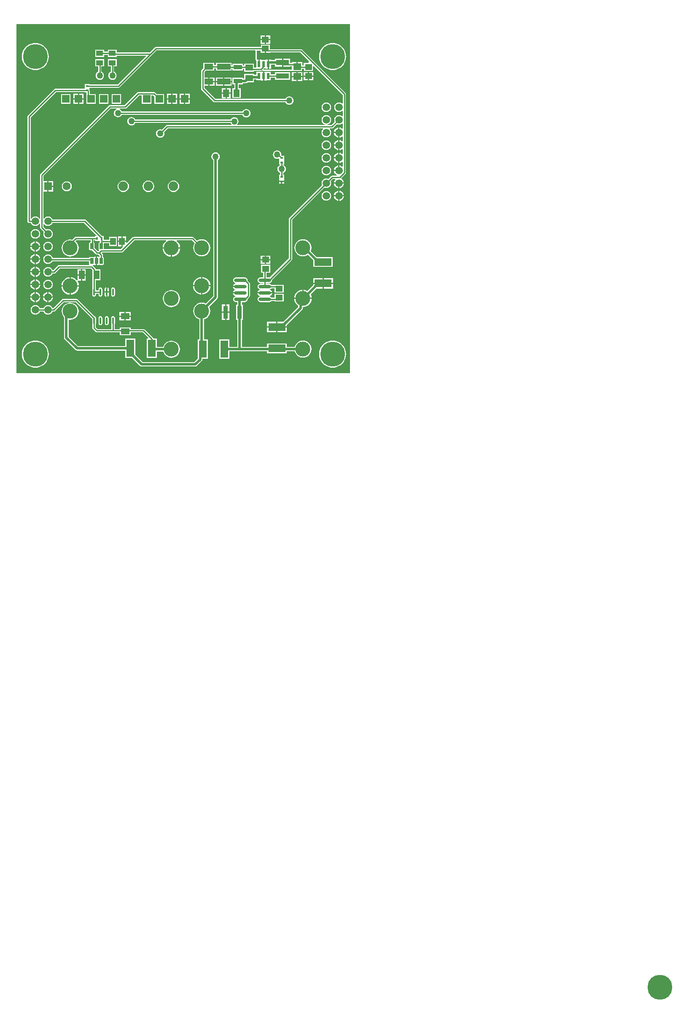
<source format=gbr>
G04 Layer_Physical_Order=2*
G04 Layer_Color=16711680*
%FSLAX26Y26*%
%MOIN*%
%TF.FileFunction,Copper,L2,Bot,Signal*%
%TF.Part,Single*%
G01*
G75*
%TA.AperFunction,SMDPad,CuDef*%
%ADD10R,0.037402X0.102362*%
%ADD11R,0.045276X0.057087*%
%TA.AperFunction,Conductor*%
%ADD14C,0.010000*%
%ADD15C,0.019685*%
%TA.AperFunction,ComponentPad*%
%ADD16C,0.059055*%
%TA.AperFunction,ViaPad*%
%ADD17C,0.196850*%
%TA.AperFunction,ComponentPad*%
%ADD18R,0.060000X0.060000*%
%ADD19R,0.060000X0.060000*%
%ADD20C,0.118110*%
%ADD21C,0.074803*%
%ADD22R,0.062992X0.062992*%
%ADD23C,0.062992*%
%TA.AperFunction,ViaPad*%
%ADD24C,0.050000*%
%TA.AperFunction,SMDPad,CuDef*%
%ADD25R,0.057087X0.045276*%
%ADD26O,0.098425X0.027559*%
%ADD27R,0.066929X0.037402*%
%ADD28R,0.106299X0.045276*%
%ADD29R,0.070866X0.045276*%
%ADD30R,0.061024X0.053150*%
%ADD31R,0.137795X0.062992*%
%ADD32R,0.062992X0.137795*%
%ADD33R,0.102362X0.043307*%
%ADD34R,0.059055X0.049213*%
%ADD35R,0.049213X0.059055*%
%ADD36R,0.021654X0.051181*%
%ADD37R,0.017716X0.021654*%
G04:AMPARAMS|DCode=38|XSize=25.591mil|YSize=47.244mil|CornerRadius=1.919mil|HoleSize=0mil|Usage=FLASHONLY|Rotation=0.000|XOffset=0mil|YOffset=0mil|HoleType=Round|Shape=RoundedRectangle|*
%AMROUNDEDRECTD38*
21,1,0.025591,0.043406,0,0,0.0*
21,1,0.021752,0.047244,0,0,0.0*
1,1,0.003839,0.010876,-0.021703*
1,1,0.003839,-0.010876,-0.021703*
1,1,0.003839,-0.010876,0.021703*
1,1,0.003839,0.010876,0.021703*
%
%ADD38ROUNDEDRECTD38*%
%ADD39R,0.045276X0.070866*%
%ADD40O,0.013780X0.055118*%
%ADD41R,0.055118X0.041339*%
%ADD42R,0.021654X0.017716*%
G36*
X2488055Y-500472D02*
X-149740D01*
Y2255434D01*
X2488055D01*
Y-500472D01*
D02*
G37*
%LPC*%
G36*
X2353954Y250284D02*
X2280056D01*
Y213788D01*
X2353954D01*
Y250284D01*
D02*
G37*
G36*
X398582Y270000D02*
X370944D01*
Y229567D01*
X398582D01*
Y270000D01*
D02*
G37*
G36*
X5000Y239210D02*
Y205000D01*
X39210D01*
X38510Y210319D01*
X34527Y219934D01*
X28191Y228191D01*
X19934Y234527D01*
X10319Y238510D01*
X5000Y239210D01*
D02*
G37*
G36*
X2270056Y250284D02*
X2196158D01*
Y213788D01*
X2270056D01*
Y250284D01*
D02*
G37*
G36*
X360944Y270000D02*
X333306D01*
Y234192D01*
X328306Y232403D01*
X324066Y237570D01*
X313551Y246199D01*
X301554Y252612D01*
X288537Y256560D01*
X280000Y257401D01*
Y193504D01*
X343897D01*
X343056Y202042D01*
X339107Y215058D01*
X334025Y224567D01*
X336916Y229567D01*
X360944D01*
Y270000D01*
D02*
G37*
G36*
Y320433D02*
X333306D01*
Y280000D01*
X360944D01*
Y320433D01*
D02*
G37*
G36*
X398582D02*
X370944D01*
Y280000D01*
X398582D01*
Y320433D01*
D02*
G37*
G36*
X-5000Y295000D02*
X-39210D01*
X-38510Y289681D01*
X-34527Y280066D01*
X-28191Y271809D01*
X-19934Y265473D01*
X-10319Y261490D01*
X-5000Y260790D01*
Y295000D01*
D02*
G37*
G36*
X39210D02*
X5000D01*
Y260790D01*
X10319Y261490D01*
X19934Y265473D01*
X28191Y271809D01*
X34527Y280066D01*
X38510Y289681D01*
X39210Y295000D01*
D02*
G37*
G36*
X-5000Y239210D02*
X-10319Y238510D01*
X-19934Y234527D01*
X-28191Y228191D01*
X-34527Y219934D01*
X-38510Y210319D01*
X-39210Y205000D01*
X-5000D01*
Y239210D01*
D02*
G37*
G36*
Y195000D02*
X-39210D01*
X-38510Y189681D01*
X-34527Y180066D01*
X-28191Y171809D01*
X-19934Y165473D01*
X-10319Y161490D01*
X-5000Y160790D01*
Y195000D01*
D02*
G37*
G36*
X39210D02*
X5000D01*
Y160790D01*
X10319Y161490D01*
X19934Y165473D01*
X28191Y171809D01*
X34527Y180066D01*
X38510Y189681D01*
X39210Y195000D01*
D02*
G37*
G36*
X569236Y177171D02*
Y145276D01*
X581457D01*
Y160945D01*
X580146Y167535D01*
X576413Y173122D01*
X570826Y176855D01*
X569236Y177171D01*
D02*
G37*
G36*
X2270056Y203788D02*
X2196158D01*
Y192838D01*
X2151964Y148643D01*
X2141594Y154186D01*
X2128577Y158135D01*
X2120040Y158976D01*
Y95079D01*
X2183936D01*
X2183095Y103616D01*
X2179147Y116633D01*
X2176325Y121913D01*
X2221704Y167292D01*
X2270056D01*
Y203788D01*
D02*
G37*
G36*
X100000Y237724D02*
X90236Y236439D01*
X81138Y232670D01*
X73325Y226675D01*
X67330Y218862D01*
X63561Y209764D01*
X62276Y200000D01*
X63561Y190236D01*
X67330Y181138D01*
X73325Y173325D01*
X81138Y167330D01*
X90236Y163561D01*
X100000Y162276D01*
X109764Y163561D01*
X118862Y167330D01*
X126675Y173325D01*
X132670Y181138D01*
X136439Y190236D01*
X137724Y200000D01*
X136439Y209764D01*
X132670Y218862D01*
X126675Y226675D01*
X118862Y232670D01*
X109764Y236439D01*
X100000Y237724D01*
D02*
G37*
G36*
X1310040Y258976D02*
X1301502Y258135D01*
X1288485Y254186D01*
X1276489Y247774D01*
X1265974Y239145D01*
X1257344Y228630D01*
X1250932Y216633D01*
X1246984Y203616D01*
X1246143Y195079D01*
X1310040D01*
Y258976D01*
D02*
G37*
G36*
X1320040D02*
Y195079D01*
X1383936D01*
X1383095Y203616D01*
X1379147Y216633D01*
X1372735Y228630D01*
X1364105Y239145D01*
X1353590Y247774D01*
X1341594Y254186D01*
X1328577Y258135D01*
X1320040Y258976D01*
D02*
G37*
G36*
X2353954Y203788D02*
X2280056D01*
Y167292D01*
X2353954D01*
Y203788D01*
D02*
G37*
G36*
X270000Y257401D02*
X261463Y256560D01*
X248446Y252612D01*
X236449Y246199D01*
X225934Y237570D01*
X217305Y227055D01*
X210893Y215058D01*
X206944Y202042D01*
X206103Y193504D01*
X270000D01*
Y257401D01*
D02*
G37*
G36*
X1070000Y483504D02*
X1006103D01*
X1006944Y474967D01*
X1010893Y461950D01*
X1017305Y449954D01*
X1025934Y439439D01*
X1036449Y430809D01*
X1048446Y424397D01*
X1061463Y420448D01*
X1070000Y419608D01*
Y483504D01*
D02*
G37*
G36*
X1143897D02*
X1080000D01*
Y419608D01*
X1088537Y420448D01*
X1101554Y424397D01*
X1113551Y430809D01*
X1124066Y439439D01*
X1132695Y449954D01*
X1139107Y461950D01*
X1143056Y474967D01*
X1143897Y483504D01*
D02*
G37*
G36*
X-5000Y439210D02*
X-10319Y438510D01*
X-19934Y434527D01*
X-28191Y428191D01*
X-34527Y419934D01*
X-38510Y410319D01*
X-39210Y405000D01*
X-5000D01*
Y439210D01*
D02*
G37*
G36*
X5000D02*
Y405000D01*
X39210D01*
X38510Y410319D01*
X34527Y419934D01*
X28191Y428191D01*
X19934Y434527D01*
X10319Y438510D01*
X5000Y439210D01*
D02*
G37*
G36*
X-5000Y495000D02*
X-39210D01*
X-38510Y489681D01*
X-34527Y480066D01*
X-28191Y471809D01*
X-19934Y465473D01*
X-10319Y461490D01*
X-5000Y460790D01*
Y495000D01*
D02*
G37*
G36*
X680433Y535000D02*
X652795D01*
Y501457D01*
X680433D01*
Y535000D01*
D02*
G37*
G36*
X-5000Y539210D02*
X-10319Y538510D01*
X-19934Y534527D01*
X-28191Y528191D01*
X-34527Y519934D01*
X-38510Y510319D01*
X-39210Y505000D01*
X-5000D01*
Y539210D01*
D02*
G37*
G36*
X39210Y495000D02*
X5000D01*
Y460790D01*
X10319Y461490D01*
X19934Y465473D01*
X28191Y471809D01*
X34527Y480066D01*
X38510Y489681D01*
X39210Y495000D01*
D02*
G37*
G36*
X100000Y537724D02*
X90236Y536439D01*
X81138Y532670D01*
X73325Y526675D01*
X67330Y518862D01*
X63561Y509764D01*
X62276Y500000D01*
X63561Y490236D01*
X67330Y481138D01*
X73325Y473325D01*
X81138Y467330D01*
X90236Y463561D01*
X100000Y462276D01*
X109764Y463561D01*
X118862Y467330D01*
X126675Y473325D01*
X132670Y481138D01*
X136439Y490236D01*
X137724Y500000D01*
X136439Y509764D01*
X132670Y518862D01*
X126675Y526675D01*
X118862Y532670D01*
X109764Y536439D01*
X100000Y537724D01*
D02*
G37*
G36*
X1858541Y428070D02*
X1824998D01*
Y400432D01*
X1858541D01*
Y428070D01*
D02*
G37*
G36*
X2115039Y557332D02*
X2101919Y556040D01*
X2089303Y552213D01*
X2077676Y545998D01*
X2067485Y537634D01*
X2059121Y527443D01*
X2052906Y515816D01*
X2049079Y503200D01*
X2047787Y490079D01*
X2049079Y476959D01*
X2052906Y464343D01*
X2059121Y452716D01*
X2067485Y442524D01*
X2077676Y434161D01*
X2089303Y427946D01*
X2101919Y424118D01*
X2115039Y422826D01*
X2128160Y424118D01*
X2140776Y427946D01*
X2152403Y434161D01*
X2154394Y435794D01*
X2198284Y391904D01*
Y338710D01*
X2351828D01*
Y417450D01*
X2223830D01*
X2177091Y464189D01*
X2177173Y464343D01*
X2181000Y476959D01*
X2182292Y490079D01*
X2181000Y503200D01*
X2177173Y515816D01*
X2170958Y527443D01*
X2162595Y537634D01*
X2152403Y545998D01*
X2140776Y552213D01*
X2128160Y556040D01*
X2115039Y557332D01*
D02*
G37*
G36*
X100000Y437724D02*
X90236Y436439D01*
X81138Y432670D01*
X73325Y426675D01*
X67330Y418862D01*
X63561Y409764D01*
X62276Y400000D01*
X63561Y390236D01*
X67330Y381138D01*
X73325Y373325D01*
X81138Y367330D01*
X90236Y363561D01*
X100000Y362276D01*
X109764Y363561D01*
X118862Y367330D01*
X126675Y373325D01*
X132670Y381138D01*
X133881Y384062D01*
X424793D01*
Y364659D01*
X425553Y360838D01*
X427365Y358126D01*
X426760Y355742D01*
X425411Y353126D01*
X188000D01*
X182977Y352127D01*
X178718Y349282D01*
X142563Y313126D01*
X135046D01*
X132670Y318862D01*
X126675Y326675D01*
X118862Y332670D01*
X109764Y336439D01*
X100000Y337724D01*
X90236Y336439D01*
X81138Y332670D01*
X73325Y326675D01*
X67330Y318862D01*
X63561Y309764D01*
X62276Y300000D01*
X63561Y290236D01*
X67330Y281138D01*
X73325Y273325D01*
X81138Y267330D01*
X90236Y263561D01*
X100000Y262276D01*
X109764Y263561D01*
X118862Y267330D01*
X126675Y273325D01*
X132670Y281138D01*
X135046Y286874D01*
X148000D01*
X153023Y287873D01*
X157282Y290718D01*
X193437Y326874D01*
X439563D01*
X451110Y315327D01*
Y167875D01*
X450329Y166706D01*
X449183Y160945D01*
Y119607D01*
X450329Y113846D01*
X453592Y108963D01*
X458476Y105700D01*
X464236Y104554D01*
X469997Y105700D01*
X474880Y108963D01*
X478144Y113846D01*
X479289Y119607D01*
Y127150D01*
X499183D01*
Y119607D01*
X500329Y113846D01*
X503592Y108963D01*
X508476Y105700D01*
X514236Y104554D01*
X519997Y105700D01*
X524880Y108963D01*
X528144Y113846D01*
X529289Y119607D01*
Y160945D01*
X528144Y166706D01*
X524880Y171589D01*
X519997Y174852D01*
X514236Y175998D01*
X508476Y174852D01*
X503592Y171589D01*
X500329Y166706D01*
X499183Y160945D01*
Y153402D01*
X479289D01*
Y160945D01*
X478144Y166706D01*
X477363Y167875D01*
Y231693D01*
X514566D01*
Y318307D01*
X477363D01*
Y320764D01*
X476363Y325787D01*
X473518Y330045D01*
X454282Y349282D01*
X453694Y349674D01*
X455211Y354674D01*
X456530D01*
X460351Y355434D01*
X462880Y357124D01*
X463587Y356066D01*
X467529Y353432D01*
X472180Y352507D01*
X478056D01*
Y386362D01*
Y420217D01*
X472180D01*
X467529Y419292D01*
X463587Y416658D01*
X462880Y415600D01*
X460351Y417290D01*
X456530Y418050D01*
X434778D01*
X430957Y417290D01*
X427717Y415125D01*
X425553Y411886D01*
X425240Y410315D01*
X136210D01*
X132670Y418862D01*
X126675Y426675D01*
X118862Y432670D01*
X109764Y436439D01*
X100000Y437724D01*
D02*
G37*
G36*
X-5000Y339210D02*
X-10319Y338510D01*
X-19934Y334527D01*
X-28191Y328191D01*
X-34527Y319934D01*
X-38510Y310319D01*
X-39210Y305000D01*
X-5000D01*
Y339210D01*
D02*
G37*
G36*
X5000D02*
Y305000D01*
X39210D01*
X38510Y310319D01*
X34527Y319934D01*
X28191Y328191D01*
X19934Y334527D01*
X10319Y338510D01*
X5000Y339210D01*
D02*
G37*
G36*
X-5000Y395000D02*
X-39210D01*
X-38510Y389681D01*
X-34527Y380066D01*
X-28191Y371809D01*
X-19934Y365473D01*
X-10319Y361490D01*
X-5000Y360790D01*
Y395000D01*
D02*
G37*
G36*
X1858541Y390432D02*
X1824998D01*
Y362794D01*
X1858541D01*
Y390432D01*
D02*
G37*
G36*
X1814998Y428070D02*
X1781455D01*
Y400432D01*
X1814998D01*
Y428070D01*
D02*
G37*
G36*
X39210Y395000D02*
X5000D01*
Y360790D01*
X10319Y361490D01*
X19934Y365473D01*
X28191Y371809D01*
X34527Y380066D01*
X38510Y389681D01*
X39210Y395000D01*
D02*
G37*
G36*
X1814998Y390432D02*
X1781455D01*
Y362794D01*
X1814998D01*
Y390432D01*
D02*
G37*
G36*
X1498938Y-24566D02*
X1475237D01*
Y-80747D01*
X1498938D01*
Y-24566D01*
D02*
G37*
G36*
X1532639D02*
X1508938D01*
Y-80747D01*
X1532639D01*
Y-24566D01*
D02*
G37*
G36*
X705000Y-55944D02*
X664567D01*
Y-83582D01*
X705000D01*
Y-55944D01*
D02*
G37*
G36*
X755433D02*
X715000D01*
Y-83582D01*
X755433D01*
Y-55944D01*
D02*
G37*
G36*
X705000Y-18306D02*
X664567D01*
Y-45944D01*
X705000D01*
Y-18306D01*
D02*
G37*
G36*
X1532639Y41615D02*
X1508938D01*
Y-14566D01*
X1532639D01*
Y41615D01*
D02*
G37*
G36*
X1075000Y155757D02*
X1061880Y154465D01*
X1049263Y150638D01*
X1037636Y144423D01*
X1027445Y136059D01*
X1019081Y125868D01*
X1012866Y114241D01*
X1009039Y101625D01*
X1007747Y88504D01*
X1009039Y75384D01*
X1012866Y62768D01*
X1019081Y51141D01*
X1027445Y40949D01*
X1037636Y32586D01*
X1049263Y26371D01*
X1061880Y22544D01*
X1075000Y21251D01*
X1088120Y22544D01*
X1100737Y26371D01*
X1112364Y32586D01*
X1122555Y40949D01*
X1130919Y51141D01*
X1137134Y62768D01*
X1140961Y75384D01*
X1142253Y88504D01*
X1140961Y101625D01*
X1137134Y114241D01*
X1130919Y125868D01*
X1122555Y136059D01*
X1112364Y144423D01*
X1100737Y150638D01*
X1088120Y154465D01*
X1075000Y155757D01*
D02*
G37*
G36*
X755433Y-18306D02*
X715000D01*
Y-45944D01*
X755433D01*
Y-18306D01*
D02*
G37*
G36*
X1498938Y41615D02*
X1475237D01*
Y-14566D01*
X1498938D01*
Y41615D01*
D02*
G37*
G36*
X564236Y-50380D02*
X558476Y-51526D01*
X553592Y-54789D01*
X550329Y-59672D01*
X549183Y-65433D01*
Y-106771D01*
X550329Y-112532D01*
X553592Y-117415D01*
X558476Y-120678D01*
X564236Y-121824D01*
X569997Y-120678D01*
X574880Y-117415D01*
X578144Y-112532D01*
X579289Y-106771D01*
Y-65433D01*
X578144Y-59672D01*
X574880Y-54789D01*
X569997Y-51526D01*
X564236Y-50380D01*
D02*
G37*
G36*
X324804Y87126D02*
X219000D01*
X213977Y86127D01*
X209718Y83282D01*
X139666Y13229D01*
X134804Y13710D01*
X132670Y18862D01*
X126675Y26675D01*
X118862Y32670D01*
X109764Y36439D01*
X100000Y37724D01*
X90236Y36439D01*
X81138Y32670D01*
X73325Y26675D01*
X67330Y18862D01*
X64954Y13126D01*
X35046D01*
X32670Y18862D01*
X26675Y26675D01*
X18862Y32670D01*
X9764Y36439D01*
X0Y37724D01*
X-9764Y36439D01*
X-18862Y32670D01*
X-26675Y26675D01*
X-32670Y18862D01*
X-36439Y9764D01*
X-37724Y0D01*
X-36439Y-9764D01*
X-32670Y-18862D01*
X-26675Y-26675D01*
X-18862Y-32670D01*
X-9764Y-36439D01*
X0Y-37724D01*
X9764Y-36439D01*
X18862Y-32670D01*
X26675Y-26675D01*
X32670Y-18862D01*
X35046Y-13127D01*
X64954D01*
X67330Y-18862D01*
X73325Y-26675D01*
X81138Y-32670D01*
X90236Y-36439D01*
X100000Y-37724D01*
X109764Y-36439D01*
X118862Y-32670D01*
X126675Y-26675D01*
X132670Y-18862D01*
X135046Y-13127D01*
X145000D01*
X150023Y-12127D01*
X154281Y-9282D01*
X224437Y60874D01*
X319367D01*
X449183Y-68943D01*
Y-106771D01*
X450329Y-112532D01*
X451110Y-113701D01*
Y-142022D01*
X452109Y-147046D01*
X454955Y-151304D01*
X477932Y-174282D01*
X482191Y-177127D01*
X487214Y-178126D01*
X666693D01*
Y-199566D01*
X753307D01*
Y-178126D01*
X849563D01*
X893668Y-222231D01*
X891754Y-226850D01*
X880788D01*
Y-380394D01*
X959528D01*
Y-329559D01*
X1010539D01*
X1012866Y-337232D01*
X1019081Y-348859D01*
X1027445Y-359051D01*
X1037636Y-367414D01*
X1049263Y-373629D01*
X1061880Y-377456D01*
X1075000Y-378749D01*
X1088120Y-377456D01*
X1100737Y-373629D01*
X1112364Y-367414D01*
X1122555Y-359051D01*
X1130919Y-348859D01*
X1137134Y-337232D01*
X1140961Y-324616D01*
X1142253Y-311496D01*
X1140961Y-298375D01*
X1137134Y-285759D01*
X1130919Y-274132D01*
X1122555Y-263941D01*
X1112364Y-255577D01*
X1100737Y-249362D01*
X1088120Y-245535D01*
X1075000Y-244243D01*
X1061880Y-245535D01*
X1049263Y-249362D01*
X1037636Y-255577D01*
X1027445Y-263941D01*
X1019081Y-274132D01*
X1012866Y-285759D01*
X1010539Y-293432D01*
X959528D01*
Y-226850D01*
X932626D01*
X932285Y-225135D01*
X929440Y-220876D01*
X864282Y-155718D01*
X860023Y-152873D01*
X855000Y-151874D01*
X753307D01*
Y-138542D01*
X666693D01*
Y-151874D01*
X627363D01*
Y-113701D01*
X628144Y-112532D01*
X629289Y-106771D01*
Y-65433D01*
X628144Y-59672D01*
X624880Y-54789D01*
X619997Y-51526D01*
X614236Y-50380D01*
X608476Y-51526D01*
X603592Y-54789D01*
X600329Y-59672D01*
X599183Y-65433D01*
Y-106771D01*
X600329Y-112532D01*
X601110Y-113701D01*
Y-151874D01*
X492651D01*
X477363Y-136585D01*
Y-113701D01*
X478144Y-112532D01*
X479289Y-106771D01*
Y-65433D01*
X478144Y-59672D01*
X474880Y-54789D01*
X469997Y-51526D01*
X468618Y-51251D01*
X334085Y83282D01*
X329827Y86127D01*
X324804Y87126D01*
D02*
G37*
G36*
X1656237Y255606D02*
X1585371D01*
X1576922Y253925D01*
X1569760Y249139D01*
X1564974Y241977D01*
X1563293Y233528D01*
X1564974Y225079D01*
X1569760Y217917D01*
X1576922Y213131D01*
X1581799Y212161D01*
Y207063D01*
X1576093Y205928D01*
X1568227Y200672D01*
X1562971Y192806D01*
X1562120Y188528D01*
X1620804D01*
Y178528D01*
X1562120D01*
X1562971Y174250D01*
X1568227Y166384D01*
X1576093Y161128D01*
X1576350Y161077D01*
Y155979D01*
X1576093Y155928D01*
X1568227Y150672D01*
X1562971Y142806D01*
X1562120Y138528D01*
X1620804D01*
Y128528D01*
X1562120D01*
X1562971Y124250D01*
X1568227Y116384D01*
X1576093Y111128D01*
X1581799Y109993D01*
Y104895D01*
X1576922Y103925D01*
X1569760Y99139D01*
X1564974Y91977D01*
X1563293Y83528D01*
X1564974Y75079D01*
X1569760Y67917D01*
X1576922Y63131D01*
X1585371Y61450D01*
X1596110D01*
Y39489D01*
X1587599D01*
Y-78621D01*
X1596110D01*
Y-291856D01*
X1533016D01*
Y-233228D01*
X1454276D01*
Y-386772D01*
X1533016D01*
Y-327984D01*
X1832228D01*
Y-344016D01*
X1985772D01*
Y-327984D01*
X2050578D01*
X2052906Y-335657D01*
X2059121Y-347284D01*
X2067485Y-357476D01*
X2077676Y-365839D01*
X2089303Y-372054D01*
X2101919Y-375882D01*
X2115039Y-377174D01*
X2128160Y-375882D01*
X2140776Y-372054D01*
X2152403Y-365839D01*
X2162595Y-357476D01*
X2170958Y-347284D01*
X2177173Y-335657D01*
X2181000Y-323041D01*
X2182292Y-309921D01*
X2181000Y-296800D01*
X2177173Y-284184D01*
X2170958Y-272557D01*
X2162595Y-262366D01*
X2152403Y-254002D01*
X2140776Y-247787D01*
X2128160Y-243960D01*
X2115039Y-242668D01*
X2101919Y-243960D01*
X2089303Y-247787D01*
X2077676Y-254002D01*
X2067485Y-262366D01*
X2059121Y-272557D01*
X2052906Y-284184D01*
X2050578Y-291857D01*
X1985772D01*
Y-265276D01*
X1832228D01*
Y-291856D01*
X1632238D01*
Y-78621D01*
X1640749D01*
Y39489D01*
X1632238D01*
Y61450D01*
X1656237D01*
X1664686Y63131D01*
X1671848Y67917D01*
X1676634Y75079D01*
X1678315Y83528D01*
X1677732Y86459D01*
X1692172Y100900D01*
X1695018Y105158D01*
X1696017Y110182D01*
Y206874D01*
X1695018Y211898D01*
X1692172Y216156D01*
X1677732Y230597D01*
X1678315Y233528D01*
X1676634Y241977D01*
X1671848Y249139D01*
X1664686Y253925D01*
X1656237Y255606D01*
D02*
G37*
G36*
X0Y-243372D02*
X-16680Y-244685D01*
X-32950Y-248591D01*
X-48408Y-254994D01*
X-62674Y-263736D01*
X-75397Y-274603D01*
X-86264Y-287326D01*
X-95006Y-301592D01*
X-101409Y-317050D01*
X-105315Y-333320D01*
X-106628Y-350000D01*
X-105315Y-366680D01*
X-101409Y-382950D01*
X-95006Y-398408D01*
X-86264Y-412674D01*
X-75397Y-425397D01*
X-62674Y-436264D01*
X-48408Y-445006D01*
X-32950Y-451409D01*
X-16680Y-455315D01*
X0Y-456628D01*
X16680Y-455315D01*
X32950Y-451409D01*
X48408Y-445006D01*
X62674Y-436264D01*
X75397Y-425397D01*
X86264Y-412674D01*
X95006Y-398408D01*
X101409Y-382950D01*
X105315Y-366680D01*
X106628Y-350000D01*
X105315Y-333320D01*
X101409Y-317050D01*
X95006Y-301592D01*
X86264Y-287326D01*
X75397Y-274603D01*
X62674Y-263736D01*
X48408Y-254994D01*
X32950Y-248591D01*
X16680Y-244685D01*
X0Y-243372D01*
D02*
G37*
G36*
X2350000D02*
X2333320Y-244685D01*
X2317050Y-248591D01*
X2301592Y-254994D01*
X2287326Y-263736D01*
X2274603Y-274603D01*
X2263736Y-287326D01*
X2254994Y-301592D01*
X2248591Y-317050D01*
X2244685Y-333320D01*
X2243372Y-350000D01*
X2244685Y-366680D01*
X2248591Y-382950D01*
X2254994Y-398408D01*
X2263736Y-412674D01*
X2274603Y-425397D01*
X2287326Y-436264D01*
X2301592Y-445006D01*
X2317050Y-451409D01*
X2333320Y-455315D01*
X2350000Y-456628D01*
X2366680Y-455315D01*
X2382950Y-451409D01*
X2398408Y-445006D01*
X2412674Y-436264D01*
X2425397Y-425397D01*
X2436264Y-412674D01*
X2445006Y-398408D01*
X2451409Y-382950D01*
X2455315Y-366680D01*
X2456628Y-350000D01*
X2455315Y-333320D01*
X2451409Y-317050D01*
X2445006Y-301592D01*
X2436264Y-287326D01*
X2425397Y-274603D01*
X2412674Y-263736D01*
X2398408Y-254994D01*
X2382950Y-248591D01*
X2366680Y-244685D01*
X2350000Y-243372D01*
D02*
G37*
G36*
X1904000Y-140356D02*
X1830102D01*
Y-176852D01*
X1904000D01*
Y-140356D01*
D02*
G37*
G36*
X2115040Y90079D02*
D01*
Y85079D01*
X2046143D01*
X2046984Y76542D01*
X2050932Y63525D01*
X2057345Y51529D01*
X2065974Y41014D01*
X2076489Y32384D01*
X2078143Y31500D01*
Y21931D01*
X1962352Y-93860D01*
X1914000D01*
Y-130356D01*
X1987898D01*
Y-119406D01*
X2108980Y1676D01*
X2112895Y7536D01*
X2114270Y14449D01*
Y19993D01*
X2115040Y20690D01*
X2128577Y22023D01*
X2141594Y25972D01*
X2153590Y32384D01*
X2164105Y41014D01*
X2172735Y51529D01*
X2179147Y63525D01*
X2183095Y76542D01*
X2183936Y85079D01*
X2115040D01*
Y90079D01*
D02*
G37*
G36*
X514236Y-50380D02*
X508476Y-51526D01*
X503592Y-54789D01*
X500329Y-59672D01*
X499183Y-65433D01*
Y-106771D01*
X500329Y-112532D01*
X503592Y-117415D01*
X508476Y-120678D01*
X514236Y-121824D01*
X519997Y-120678D01*
X524880Y-117415D01*
X528144Y-112532D01*
X529289Y-106771D01*
Y-65433D01*
X528144Y-59672D01*
X524880Y-54789D01*
X519997Y-51526D01*
X514236Y-50380D01*
D02*
G37*
G36*
X1987898Y-140356D02*
X1914000D01*
Y-176852D01*
X1987898D01*
Y-140356D01*
D02*
G37*
G36*
X1904000Y-93860D02*
X1830102D01*
Y-130356D01*
X1904000D01*
Y-93860D01*
D02*
G37*
G36*
X5000Y139210D02*
Y105000D01*
X39210D01*
X38510Y110319D01*
X34527Y119934D01*
X28191Y128191D01*
X19934Y134527D01*
X10319Y138510D01*
X5000Y139210D01*
D02*
G37*
G36*
X105000D02*
Y105000D01*
X139210D01*
X138510Y110319D01*
X134527Y119934D01*
X128191Y128191D01*
X119934Y134527D01*
X110319Y138510D01*
X105000Y139210D01*
D02*
G37*
G36*
X-5000D02*
X-10319Y138510D01*
X-19934Y134527D01*
X-28191Y128191D01*
X-34527Y119934D01*
X-38510Y110319D01*
X-39210Y105000D01*
X-5000D01*
Y139210D01*
D02*
G37*
G36*
X95000D02*
X89681Y138510D01*
X80066Y134527D01*
X71809Y128191D01*
X65473Y119934D01*
X61490Y110319D01*
X60790Y105000D01*
X95000D01*
Y139210D01*
D02*
G37*
G36*
X270000Y183504D02*
X206103D01*
X206944Y174967D01*
X210893Y161950D01*
X217305Y149954D01*
X225934Y139439D01*
X236449Y130809D01*
X248446Y124397D01*
X261463Y120448D01*
X270000Y119608D01*
Y183504D01*
D02*
G37*
G36*
X1383936Y185079D02*
X1320040D01*
Y121183D01*
X1328577Y122023D01*
X1341594Y125972D01*
X1353590Y132384D01*
X1364105Y141014D01*
X1372735Y151529D01*
X1379147Y163525D01*
X1383095Y176542D01*
X1383936Y185079D01*
D02*
G37*
G36*
X559236Y177171D02*
X557646Y176855D01*
X552060Y173122D01*
X548327Y167535D01*
X547016Y160945D01*
Y145276D01*
X559236D01*
Y177171D01*
D02*
G37*
G36*
X343897Y183504D02*
X280000D01*
Y119608D01*
X288537Y120448D01*
X301554Y124397D01*
X313551Y130809D01*
X324066Y139439D01*
X332695Y149954D01*
X339107Y161950D01*
X343056Y174967D01*
X343897Y183504D01*
D02*
G37*
G36*
X1310040Y185079D02*
X1246143D01*
X1246984Y176542D01*
X1250932Y163525D01*
X1257344Y151529D01*
X1265974Y141014D01*
X1276489Y132384D01*
X1288485Y125972D01*
X1301502Y122023D01*
X1310040Y121183D01*
Y185079D01*
D02*
G37*
G36*
X614236Y175998D02*
X608476Y174852D01*
X603592Y171589D01*
X600329Y166706D01*
X599183Y160945D01*
Y119607D01*
X600329Y113846D01*
X603592Y108963D01*
X608476Y105700D01*
X614236Y104554D01*
X619997Y105700D01*
X624880Y108963D01*
X628144Y113846D01*
X629289Y119607D01*
Y160945D01*
X628144Y166706D01*
X624880Y171589D01*
X619997Y174852D01*
X614236Y175998D01*
D02*
G37*
G36*
X95000Y95000D02*
X60790D01*
X61490Y89681D01*
X65473Y80066D01*
X71809Y71809D01*
X80066Y65473D01*
X89681Y61490D01*
X95000Y60790D01*
Y95000D01*
D02*
G37*
G36*
X39210D02*
X5000D01*
Y60790D01*
X10319Y61490D01*
X19934Y65473D01*
X28191Y71809D01*
X34527Y80066D01*
X38510Y89681D01*
X39210Y95000D01*
D02*
G37*
G36*
X1425000Y1243158D02*
X1416418Y1242028D01*
X1408421Y1238715D01*
X1401554Y1233446D01*
X1396285Y1226579D01*
X1392972Y1218582D01*
X1391842Y1210000D01*
X1392972Y1201418D01*
X1396285Y1193421D01*
X1401554Y1186554D01*
X1406936Y1182424D01*
Y107522D01*
X1347848Y48433D01*
X1340776Y52213D01*
X1328160Y56040D01*
X1315040Y57332D01*
X1301919Y56040D01*
X1289303Y52213D01*
X1277676Y45998D01*
X1267485Y37634D01*
X1259121Y27443D01*
X1252906Y15816D01*
X1249079Y3200D01*
X1247787Y-9921D01*
X1249079Y-23041D01*
X1252906Y-35657D01*
X1259121Y-47285D01*
X1267485Y-57476D01*
X1277676Y-65840D01*
X1289303Y-72054D01*
X1296976Y-74382D01*
Y-233228D01*
X1284986D01*
Y-367310D01*
X1284639Y-369055D01*
Y-384815D01*
X1257518Y-411936D01*
X847325D01*
X790236Y-354848D01*
Y-226850D01*
X711496D01*
Y-286936D01*
X337482D01*
X263024Y-212479D01*
Y-81292D01*
X266729Y-77934D01*
X275000Y-78749D01*
X288120Y-77456D01*
X300737Y-73629D01*
X312364Y-67414D01*
X322555Y-59051D01*
X330919Y-48859D01*
X337134Y-37232D01*
X340961Y-24616D01*
X342253Y-11496D01*
X340961Y1625D01*
X337134Y14241D01*
X330919Y25868D01*
X322555Y36059D01*
X312364Y44423D01*
X300737Y50638D01*
X288120Y54465D01*
X275000Y55757D01*
X261880Y54465D01*
X249263Y50638D01*
X237636Y44423D01*
X227445Y36059D01*
X219081Y25868D01*
X212866Y14241D01*
X209039Y1625D01*
X207747Y-11496D01*
X209039Y-24616D01*
X212866Y-37232D01*
X219081Y-48859D01*
X226897Y-58383D01*
Y-219961D01*
X228272Y-226874D01*
X232188Y-232734D01*
X317227Y-317773D01*
X323087Y-321689D01*
X330000Y-323064D01*
X711496D01*
Y-380394D01*
X764690D01*
X827069Y-442773D01*
X832930Y-446689D01*
X839842Y-448064D01*
X1265000D01*
X1271913Y-446689D01*
X1277773Y-442773D01*
X1315475Y-405070D01*
X1319391Y-399210D01*
X1320766Y-392298D01*
Y-386772D01*
X1363726D01*
Y-233228D01*
X1333103D01*
Y-74382D01*
X1340776Y-72054D01*
X1352403Y-65840D01*
X1362594Y-57476D01*
X1370958Y-47285D01*
X1377173Y-35657D01*
X1381000Y-23041D01*
X1382292Y-9921D01*
X1381000Y3200D01*
X1377173Y15816D01*
X1373393Y22887D01*
X1437773Y87267D01*
X1441689Y93127D01*
X1443064Y100040D01*
Y1182424D01*
X1448446Y1186554D01*
X1453715Y1193421D01*
X1457028Y1201418D01*
X1458158Y1210000D01*
X1457028Y1218582D01*
X1453715Y1226579D01*
X1448446Y1233446D01*
X1441579Y1238715D01*
X1433582Y1242028D01*
X1425000Y1243158D01*
D02*
G37*
G36*
X-5000Y95000D02*
X-39210D01*
X-38510Y89681D01*
X-34527Y80066D01*
X-28191Y71809D01*
X-19934Y65473D01*
X-10319Y61490D01*
X-5000Y60790D01*
Y95000D01*
D02*
G37*
G36*
X139210D02*
X105000D01*
Y60790D01*
X110319Y61490D01*
X119934Y65473D01*
X128191Y71809D01*
X134527Y80066D01*
X138510Y89681D01*
X139210Y95000D01*
D02*
G37*
G36*
X559236Y135276D02*
X547016D01*
Y119607D01*
X548327Y113017D01*
X552060Y107430D01*
X557646Y103697D01*
X559236Y103381D01*
Y135276D01*
D02*
G37*
G36*
X581457D02*
X569236D01*
Y103381D01*
X570826Y103697D01*
X576413Y107430D01*
X580146Y113017D01*
X581457Y119607D01*
Y135276D01*
D02*
G37*
G36*
X1872400Y128528D02*
X1813716D01*
X1755032D01*
X1755883Y124250D01*
X1761139Y116384D01*
X1769005Y111128D01*
X1774711Y109993D01*
Y104895D01*
X1769834Y103925D01*
X1762672Y99139D01*
X1757886Y91977D01*
X1756205Y83528D01*
X1757886Y75079D01*
X1762672Y67917D01*
X1769834Y63131D01*
X1778283Y61450D01*
X1849149D01*
X1857598Y63131D01*
X1864760Y67917D01*
X1866421Y70402D01*
X1890637D01*
Y65488D01*
X1963471D01*
Y126512D01*
X1890637D01*
Y96654D01*
X1866421D01*
X1864760Y99139D01*
X1857598Y103925D01*
X1852721Y104895D01*
Y109993D01*
X1858427Y111128D01*
X1866293Y116384D01*
X1871549Y124250D01*
X1872400Y128528D01*
D02*
G37*
G36*
X2110040Y158976D02*
X2101502Y158135D01*
X2088485Y154186D01*
X2076489Y147774D01*
X2065974Y139145D01*
X2057345Y128630D01*
X2050932Y116633D01*
X2046984Y103616D01*
X2046143Y95079D01*
X2110040D01*
Y158976D01*
D02*
G37*
G36*
X1542268Y1750469D02*
X1512662D01*
Y1715942D01*
X1542268D01*
Y1750469D01*
D02*
G37*
G36*
X1484000Y1796890D02*
X1425850D01*
Y1769252D01*
X1484000D01*
Y1796890D01*
D02*
G37*
G36*
X1542268Y1705942D02*
X1512662D01*
Y1671415D01*
X1542268D01*
Y1705942D01*
D02*
G37*
G36*
X1502662Y1750469D02*
X1473056D01*
Y1715942D01*
X1502662D01*
Y1750469D01*
D02*
G37*
G36*
X1552150Y1796890D02*
X1494000D01*
Y1769252D01*
X1552150D01*
Y1796890D01*
D02*
G37*
G36*
X2109512Y1836574D02*
X2074000D01*
Y1804999D01*
X2109512D01*
Y1836574D01*
D02*
G37*
G36*
X1484000Y1834528D02*
X1425850D01*
Y1806890D01*
X1484000D01*
Y1834528D01*
D02*
G37*
G36*
X1417086Y1797167D02*
X1376653D01*
Y1769529D01*
X1417086D01*
Y1797167D01*
D02*
G37*
G36*
X2064000Y1836574D02*
X2028488D01*
Y1804999D01*
X2064000D01*
Y1836574D01*
D02*
G37*
G36*
X1502662Y1705942D02*
X1473056D01*
Y1671415D01*
X1502662D01*
Y1705942D01*
D02*
G37*
G36*
X678685Y1702756D02*
X602937D01*
Y1627008D01*
X678685D01*
Y1702756D01*
D02*
G37*
G36*
X1074000Y1704882D02*
X1039000D01*
Y1669882D01*
X1074000D01*
Y1704882D01*
D02*
G37*
G36*
X278685Y1702756D02*
X202937D01*
Y1627008D01*
X278685D01*
Y1702756D01*
D02*
G37*
G36*
X578685D02*
X502937D01*
Y1627008D01*
X578685D01*
Y1702756D01*
D02*
G37*
G36*
X1174000Y1704882D02*
X1139000D01*
Y1669882D01*
X1174000D01*
Y1704882D01*
D02*
G37*
G36*
X335811D02*
X300811D01*
Y1669882D01*
X335811D01*
Y1704882D01*
D02*
G37*
G36*
X380811D02*
X345811D01*
Y1669882D01*
X380811D01*
Y1704882D01*
D02*
G37*
G36*
X1119000D02*
X1084000D01*
Y1669882D01*
X1119000D01*
Y1704882D01*
D02*
G37*
G36*
X1219000D02*
X1184000D01*
Y1669882D01*
X1219000D01*
Y1704882D01*
D02*
G37*
G36*
X0Y2106628D02*
X-16680Y2105315D01*
X-32950Y2101409D01*
X-48408Y2095006D01*
X-62674Y2086264D01*
X-75397Y2075397D01*
X-86264Y2062674D01*
X-95006Y2048408D01*
X-101409Y2032950D01*
X-105315Y2016680D01*
X-106628Y2000000D01*
X-105315Y1983320D01*
X-101409Y1967050D01*
X-95006Y1951592D01*
X-86264Y1937326D01*
X-75397Y1924603D01*
X-62674Y1913736D01*
X-48408Y1904994D01*
X-32950Y1898591D01*
X-16680Y1894685D01*
X0Y1893372D01*
X16680Y1894685D01*
X32950Y1898591D01*
X48408Y1904994D01*
X62674Y1913736D01*
X75397Y1924603D01*
X86264Y1937326D01*
X95006Y1951592D01*
X101409Y1967050D01*
X105315Y1983320D01*
X106628Y2000000D01*
X105315Y2016680D01*
X101409Y2032950D01*
X95006Y2048408D01*
X86264Y2062674D01*
X75397Y2075397D01*
X62674Y2086264D01*
X48408Y2095006D01*
X32950Y2101409D01*
X16680Y2105315D01*
X0Y2106628D01*
D02*
G37*
G36*
X2350000D02*
X2333320Y2105315D01*
X2317050Y2101409D01*
X2301592Y2095006D01*
X2287326Y2086264D01*
X2274603Y2075397D01*
X2263736Y2062674D01*
X2254994Y2048408D01*
X2248591Y2032950D01*
X2244685Y2016680D01*
X2243372Y2000000D01*
X2244685Y1983320D01*
X2248591Y1967050D01*
X2254994Y1951592D01*
X2263736Y1937326D01*
X2274603Y1924603D01*
X2287326Y1913736D01*
X2301592Y1904994D01*
X2317050Y1898591D01*
X2333320Y1894685D01*
X2350000Y1893372D01*
X2366680Y1894685D01*
X2382950Y1898591D01*
X2398408Y1904994D01*
X2412674Y1913736D01*
X2425397Y1924603D01*
X2436264Y1937326D01*
X2445006Y1951592D01*
X2451409Y1967050D01*
X2455315Y1983320D01*
X2456628Y2000000D01*
X2455315Y2016680D01*
X2451409Y2032950D01*
X2445006Y2048408D01*
X2436264Y2062674D01*
X2425397Y2075397D01*
X2412674Y2086264D01*
X2398408Y2095006D01*
X2382950Y2101409D01*
X2366680Y2105315D01*
X2350000Y2106628D01*
D02*
G37*
G36*
X2197543Y1878148D02*
X2164000D01*
Y1850510D01*
X2197543D01*
Y1878148D01*
D02*
G37*
G36*
X1799748Y1880707D02*
X1783921D01*
Y1878581D01*
X1748645D01*
Y1855425D01*
X1726401D01*
Y1862086D01*
X1651599D01*
Y1825583D01*
X1640339D01*
Y1832399D01*
X1557661D01*
Y1779249D01*
X1572274D01*
Y1748343D01*
X1557858D01*
Y1673541D01*
X1622818D01*
Y1748343D01*
X1608402D01*
Y1779249D01*
X1640339D01*
Y1789456D01*
X1661992D01*
X1668905Y1790831D01*
X1674765Y1794746D01*
X1677144Y1797126D01*
X1726401D01*
Y1819297D01*
X1748645D01*
Y1811651D01*
X1783921D01*
Y1809525D01*
X1799748D01*
Y1845116D01*
Y1880707D01*
D02*
G37*
G36*
X1855181Y2093031D02*
X1782347D01*
Y2075645D01*
X952519D01*
X947496Y2074646D01*
X943238Y2071801D01*
X905173Y2033736D01*
X643543D01*
Y2054055D01*
X572677D01*
Y2038638D01*
X543543D01*
Y2054055D01*
X472677D01*
Y1996968D01*
X543543D01*
Y2012386D01*
X572677D01*
Y1996968D01*
X643543D01*
Y2007484D01*
X872388D01*
X874301Y2002865D01*
X652279Y1780842D01*
X428701D01*
Y1784448D01*
X391299D01*
Y1754016D01*
X391299Y1750984D01*
X389909Y1746560D01*
X158260D01*
X153237Y1745561D01*
X148978Y1742715D01*
X-59282Y1534455D01*
X-62127Y1530197D01*
X-63126Y1525173D01*
Y700000D01*
X-62127Y694976D01*
X-59282Y690718D01*
X-55023Y687873D01*
X-50000Y686873D01*
X-49998Y686874D01*
X-35046D01*
X-32670Y681138D01*
X-26675Y673325D01*
X-18862Y667330D01*
X-9764Y663561D01*
X0Y662276D01*
X9764Y663561D01*
X18862Y667330D01*
X26675Y673325D01*
X31874Y680100D01*
X36359Y679094D01*
X36874Y678809D01*
Y650000D01*
X37873Y644977D01*
X40718Y640718D01*
X65937Y615500D01*
X63561Y609764D01*
X62276Y600000D01*
X63561Y590236D01*
X67330Y581138D01*
X73325Y573325D01*
X81138Y567330D01*
X90236Y563561D01*
X100000Y562276D01*
X109764Y563561D01*
X118862Y567330D01*
X126675Y573325D01*
X132670Y581138D01*
X136439Y590236D01*
X137724Y600000D01*
X136439Y609764D01*
X132670Y618862D01*
X126675Y626675D01*
X118862Y632670D01*
X109764Y636439D01*
X100000Y637724D01*
X90236Y636439D01*
X84500Y634063D01*
X63126Y655437D01*
Y678809D01*
X63641Y679094D01*
X68126Y680100D01*
X73325Y673325D01*
X81138Y667330D01*
X90236Y663561D01*
X100000Y662276D01*
X109764Y663561D01*
X118862Y667330D01*
X126675Y673325D01*
X132670Y681138D01*
X135046Y686874D01*
X384226D01*
X484346Y586754D01*
X482433Y582135D01*
X471606D01*
Y576560D01*
X319890D01*
X314867Y575561D01*
X310609Y572716D01*
X291372Y553479D01*
X288120Y554465D01*
X275000Y555757D01*
X261880Y554465D01*
X249263Y550638D01*
X237636Y544423D01*
X227445Y536059D01*
X219081Y525868D01*
X212866Y514241D01*
X209039Y501625D01*
X207747Y488504D01*
X209039Y475384D01*
X212866Y462768D01*
X219081Y451141D01*
X227445Y440949D01*
X237636Y432586D01*
X249263Y426371D01*
X261880Y422544D01*
X275000Y421251D01*
X288120Y422544D01*
X300737Y426371D01*
X312364Y432586D01*
X322555Y440949D01*
X330919Y451141D01*
X337134Y462768D01*
X340961Y475384D01*
X342253Y488504D01*
X340961Y501625D01*
X337134Y514241D01*
X330919Y525868D01*
X322555Y536059D01*
X319130Y538870D01*
X318884Y543865D01*
X325327Y550308D01*
X435930D01*
Y534192D01*
X434778D01*
X430957Y533432D01*
X427717Y531267D01*
X425553Y528028D01*
X424793Y524207D01*
Y480801D01*
X425553Y476980D01*
X427717Y473741D01*
X430957Y471576D01*
X434778Y470816D01*
X447952D01*
X478616Y440152D01*
X482874Y437307D01*
X487897Y436308D01*
X498619D01*
X507330Y427597D01*
Y418467D01*
X503040Y415888D01*
X502525Y416658D01*
X498583Y419292D01*
X493932Y420217D01*
X488056D01*
Y386362D01*
Y352507D01*
X493932D01*
X498583Y353432D01*
X502525Y356066D01*
X503231Y357123D01*
X505759Y355434D01*
X509580Y354674D01*
X531332D01*
X535153Y355434D01*
X538393Y357599D01*
X540557Y360838D01*
X541317Y364659D01*
Y408065D01*
X540557Y411886D01*
X538393Y415125D01*
X535153Y417290D01*
X533582Y417602D01*
Y433034D01*
X532583Y438057D01*
X529738Y442316D01*
X522831Y449222D01*
X526242Y452882D01*
X680829D01*
X685852Y453881D01*
X690110Y456726D01*
X782817Y549433D01*
X1032508D01*
X1034297Y544433D01*
X1025934Y537570D01*
X1017305Y527055D01*
X1010893Y515058D01*
X1006944Y502041D01*
X1006103Y493504D01*
X1143897D01*
X1143056Y502041D01*
X1139107Y515058D01*
X1132695Y527055D01*
X1124066Y537570D01*
X1115703Y544433D01*
X1117492Y549433D01*
X1237122D01*
X1259118Y527438D01*
X1252906Y515816D01*
X1249079Y503200D01*
X1247787Y490079D01*
X1249079Y476959D01*
X1252906Y464343D01*
X1259121Y452716D01*
X1267485Y442524D01*
X1277676Y434161D01*
X1289303Y427946D01*
X1301919Y424118D01*
X1315040Y422826D01*
X1328160Y424118D01*
X1340776Y427946D01*
X1352403Y434161D01*
X1362594Y442524D01*
X1370958Y452716D01*
X1377173Y464343D01*
X1381000Y476959D01*
X1382292Y490079D01*
X1381000Y503200D01*
X1377173Y515816D01*
X1370958Y527443D01*
X1362594Y537634D01*
X1352403Y545998D01*
X1340776Y552213D01*
X1328160Y556040D01*
X1315040Y557332D01*
X1301919Y556040D01*
X1289303Y552213D01*
X1277681Y546001D01*
X1251841Y571841D01*
X1247582Y574686D01*
X1242559Y575686D01*
X777380D01*
X772357Y574686D01*
X768099Y571841D01*
X722690Y526433D01*
X718071Y528346D01*
Y535000D01*
X690433D01*
Y501457D01*
X691181D01*
X693095Y496837D01*
X675392Y479134D01*
X542685D01*
X541317Y480801D01*
Y524207D01*
X543506Y526874D01*
X584055D01*
Y503583D01*
X645079D01*
Y576417D01*
X584055D01*
Y553126D01*
X540504D01*
Y582135D01*
X526092D01*
X398945Y709282D01*
X394687Y712127D01*
X389663Y713126D01*
X135046D01*
X132670Y718862D01*
X126675Y726675D01*
X118862Y732670D01*
X109764Y736439D01*
X100000Y737724D01*
X90236Y736439D01*
X81138Y732670D01*
X73325Y726675D01*
X68126Y719900D01*
X63641Y720906D01*
X63126Y721191D01*
Y933504D01*
X95000D01*
Y975000D01*
Y1016496D01*
X63126D01*
Y1058125D01*
X595309Y1590307D01*
X642547D01*
X643542Y1585307D01*
X636681Y1582465D01*
X629814Y1577196D01*
X624545Y1570329D01*
X621232Y1562332D01*
X620102Y1553750D01*
X621232Y1545168D01*
X624545Y1537171D01*
X629814Y1530304D01*
X636681Y1525035D01*
X644678Y1521722D01*
X653260Y1520592D01*
X661842Y1521722D01*
X669839Y1525035D01*
X676706Y1530304D01*
X681975Y1537171D01*
X683147Y1539999D01*
X1637096D01*
X1638785Y1535921D01*
X1644054Y1529054D01*
X1650921Y1523785D01*
X1658918Y1520472D01*
X1667500Y1519342D01*
X1676082Y1520472D01*
X1684079Y1523785D01*
X1690946Y1529054D01*
X1696215Y1535921D01*
X1699528Y1543918D01*
X1700658Y1552500D01*
X1699528Y1561082D01*
X1696215Y1569079D01*
X1690946Y1575946D01*
X1684079Y1581215D01*
X1676082Y1584528D01*
X1667500Y1585658D01*
X1658918Y1584528D01*
X1650921Y1581215D01*
X1644054Y1575946D01*
X1638785Y1569079D01*
X1637613Y1566251D01*
X683664D01*
X681975Y1570329D01*
X676706Y1577196D01*
X669839Y1582465D01*
X662978Y1585307D01*
X663973Y1590307D01*
X710837D01*
X715861Y1591306D01*
X720119Y1594152D01*
X820597Y1694630D01*
X841126D01*
Y1627008D01*
X916874D01*
Y1694630D01*
X930689D01*
X941126Y1684193D01*
Y1627008D01*
X1016874D01*
Y1702756D01*
X959689D01*
X945408Y1717038D01*
X941149Y1719883D01*
X936126Y1720882D01*
X815160D01*
X810137Y1719883D01*
X805879Y1717038D01*
X705400Y1616560D01*
X589872D01*
X584848Y1615561D01*
X580590Y1612715D01*
X40718Y1072843D01*
X37873Y1068585D01*
X36874Y1063562D01*
Y721191D01*
X36359Y720906D01*
X31874Y719900D01*
X26675Y726675D01*
X18862Y732670D01*
X9764Y736439D01*
X0Y737724D01*
X-9764Y736439D01*
X-18862Y732670D01*
X-26675Y726675D01*
X-31874Y719900D01*
X-36358Y720905D01*
X-36874Y721191D01*
Y1519736D01*
X163697Y1720307D01*
X391299D01*
Y1715552D01*
X402685D01*
Y1689882D01*
X402937Y1688614D01*
Y1627008D01*
X478685D01*
Y1702756D01*
X428937D01*
Y1728426D01*
X428701Y1729616D01*
X428701Y1751054D01*
X432236Y1754590D01*
X657716D01*
X662739Y1755589D01*
X666998Y1758434D01*
X919892Y2011329D01*
X957956Y2049393D01*
X1737921D01*
X1742232Y2045433D01*
Y1975195D01*
X1742843Y1972122D01*
X1744583Y1969518D01*
X1747188Y1967777D01*
X1748645Y1967487D01*
Y1914266D01*
X1726401D01*
Y1944764D01*
X1651599D01*
Y1929188D01*
X1640339D01*
Y1942637D01*
X1557661D01*
Y1929188D01*
X1550024D01*
Y1950512D01*
X1427976D01*
Y1933126D01*
X1414960D01*
Y1950788D01*
X1328347D01*
Y1908328D01*
X1314065Y1894046D01*
X1311219Y1889788D01*
X1310220Y1884765D01*
Y1745867D01*
X1311219Y1740843D01*
X1314065Y1736585D01*
X1407868Y1642782D01*
X1412126Y1639936D01*
X1417150Y1638937D01*
X1977004D01*
X1978434Y1635485D01*
X1983704Y1628617D01*
X1990571Y1623348D01*
X1998568Y1620035D01*
X2007150Y1618906D01*
X2015731Y1620035D01*
X2023728Y1623348D01*
X2030596Y1628617D01*
X2035865Y1635485D01*
X2039178Y1643482D01*
X2040307Y1652063D01*
X2039178Y1660645D01*
X2035865Y1668642D01*
X2030596Y1675509D01*
X2023728Y1680779D01*
X2015731Y1684091D01*
X2007150Y1685221D01*
X1998568Y1684091D01*
X1990571Y1680779D01*
X1983704Y1675509D01*
X1978434Y1668642D01*
X1977004Y1665190D01*
X1422587D01*
X1336473Y1751303D01*
Y1769529D01*
X1366653D01*
Y1802167D01*
Y1834804D01*
X1336473D01*
Y1879328D01*
X1346910Y1889765D01*
X1414960D01*
Y1906874D01*
X1427976D01*
Y1889488D01*
X1550024D01*
Y1902936D01*
X1557661D01*
Y1889487D01*
X1640339D01*
Y1902936D01*
X1651599D01*
Y1879804D01*
X1726401D01*
Y1888013D01*
X1783505D01*
X1788528Y1889013D01*
X1790819Y1890543D01*
X1791241Y1890708D01*
X1796666Y1890018D01*
X1797218Y1889756D01*
X1799823Y1888016D01*
X1802895Y1887405D01*
X2028488D01*
X2028689Y1887445D01*
X2030614Y1885865D01*
Y1885865D01*
X2107386D01*
Y1903250D01*
X2122583D01*
Y1885864D01*
X2195417D01*
Y1924250D01*
X2200037Y1926164D01*
X2429275Y1696925D01*
Y1630982D01*
X2424275Y1628516D01*
X2418862Y1632670D01*
X2409764Y1636439D01*
X2400000Y1637724D01*
X2390236Y1636439D01*
X2381138Y1632670D01*
X2373325Y1626675D01*
X2367330Y1618862D01*
X2363561Y1609764D01*
X2362276Y1600000D01*
X2363561Y1590236D01*
X2367330Y1581138D01*
X2373325Y1573325D01*
X2381138Y1567330D01*
X2390236Y1563561D01*
X2400000Y1562276D01*
X2409764Y1563561D01*
X2418862Y1567330D01*
X2424275Y1571484D01*
X2429275Y1569018D01*
Y1530982D01*
X2424275Y1528516D01*
X2418862Y1532670D01*
X2409764Y1536439D01*
X2400000Y1537724D01*
X2390236Y1536439D01*
X2381138Y1532670D01*
X2373325Y1526675D01*
X2367330Y1518862D01*
X2363561Y1509764D01*
X2362276Y1500000D01*
X2363561Y1490236D01*
X2365937Y1484500D01*
X2339728Y1458292D01*
X2308043D01*
X2307715Y1463292D01*
X2309764Y1463561D01*
X2318862Y1467330D01*
X2326675Y1473325D01*
X2332670Y1481138D01*
X2336439Y1490236D01*
X2337724Y1500000D01*
X2336439Y1509764D01*
X2332670Y1518862D01*
X2326675Y1526675D01*
X2318862Y1532670D01*
X2309764Y1536439D01*
X2300000Y1537724D01*
X2290236Y1536439D01*
X2281138Y1532670D01*
X2273325Y1526675D01*
X2267330Y1518862D01*
X2263561Y1509764D01*
X2262276Y1500000D01*
X2263561Y1490236D01*
X2267330Y1481138D01*
X2273325Y1473325D01*
X2281138Y1467330D01*
X2290236Y1463561D01*
X2292285Y1463292D01*
X2291957Y1458292D01*
X1596465D01*
X1594767Y1463292D01*
X1596556Y1464664D01*
X1601826Y1471531D01*
X1605138Y1479528D01*
X1606268Y1488110D01*
X1605138Y1496692D01*
X1601826Y1504689D01*
X1596556Y1511556D01*
X1589689Y1516826D01*
X1581692Y1520138D01*
X1573110Y1521268D01*
X1564528Y1520138D01*
X1556531Y1516826D01*
X1549664Y1511556D01*
X1544395Y1504689D01*
X1543099Y1501560D01*
X789406D01*
X787975Y1505012D01*
X782706Y1511880D01*
X775839Y1517149D01*
X767842Y1520461D01*
X759260Y1521591D01*
X750678Y1520461D01*
X742681Y1517149D01*
X735814Y1511880D01*
X730545Y1505012D01*
X727232Y1497015D01*
X726102Y1488434D01*
X727232Y1479852D01*
X730545Y1471855D01*
X735814Y1464987D01*
X742681Y1459718D01*
X750678Y1456406D01*
X759260Y1455276D01*
X767842Y1456406D01*
X775839Y1459718D01*
X782706Y1464987D01*
X787975Y1471855D01*
X789406Y1475307D01*
X1542831D01*
X1544395Y1471531D01*
X1549664Y1464664D01*
X1551453Y1463292D01*
X1549756Y1458292D01*
X1040252D01*
X1035228Y1457292D01*
X1030970Y1454447D01*
X999184Y1422661D01*
X995731Y1424091D01*
X987150Y1425221D01*
X978568Y1424091D01*
X970571Y1420779D01*
X963704Y1415509D01*
X958434Y1408642D01*
X955122Y1400645D01*
X953992Y1392063D01*
X955122Y1383482D01*
X958434Y1375485D01*
X963704Y1368617D01*
X970571Y1363348D01*
X978568Y1360035D01*
X987150Y1358906D01*
X995731Y1360035D01*
X1003728Y1363348D01*
X1010596Y1368617D01*
X1015865Y1375485D01*
X1019178Y1383482D01*
X1020307Y1392063D01*
X1019178Y1400645D01*
X1017747Y1404098D01*
X1045688Y1432039D01*
X2272538D01*
X2274145Y1427304D01*
X2273325Y1426675D01*
X2267330Y1418862D01*
X2263561Y1409764D01*
X2262276Y1400000D01*
X2263561Y1390236D01*
X2267330Y1381138D01*
X2273325Y1373325D01*
X2281138Y1367330D01*
X2290236Y1363561D01*
X2300000Y1362276D01*
X2309764Y1363561D01*
X2318862Y1367330D01*
X2326675Y1373325D01*
X2332670Y1381138D01*
X2336439Y1390236D01*
X2337724Y1400000D01*
X2336439Y1409764D01*
X2332670Y1418862D01*
X2326675Y1426675D01*
X2325855Y1427304D01*
X2327462Y1432039D01*
X2345165D01*
X2350189Y1433038D01*
X2354447Y1435884D01*
X2384500Y1465937D01*
X2390236Y1463561D01*
X2400000Y1462276D01*
X2409764Y1463561D01*
X2418862Y1467330D01*
X2424275Y1471484D01*
X2429275Y1469018D01*
Y1433662D01*
X2424275Y1431196D01*
X2419934Y1434527D01*
X2410319Y1438510D01*
X2405000Y1439210D01*
Y1400000D01*
Y1360790D01*
X2410319Y1361490D01*
X2419934Y1365473D01*
X2424275Y1368804D01*
X2429275Y1366338D01*
Y1333662D01*
X2424275Y1331196D01*
X2419934Y1334527D01*
X2410319Y1338510D01*
X2405000Y1339210D01*
Y1300000D01*
Y1260790D01*
X2410319Y1261490D01*
X2419934Y1265473D01*
X2424275Y1268804D01*
X2429275Y1266338D01*
Y1233662D01*
X2424275Y1231196D01*
X2419934Y1234527D01*
X2410319Y1238510D01*
X2405000Y1239210D01*
Y1200000D01*
Y1160790D01*
X2410319Y1161490D01*
X2419934Y1165473D01*
X2424275Y1168804D01*
X2429275Y1166338D01*
Y1133662D01*
X2424275Y1131196D01*
X2419934Y1134527D01*
X2410319Y1138510D01*
X2405000Y1139210D01*
Y1100000D01*
X2400000D01*
Y1095000D01*
X2360790D01*
X2361490Y1089681D01*
X2365473Y1080066D01*
X2371809Y1071809D01*
X2380066Y1065473D01*
X2383530Y1064038D01*
X2382536Y1059038D01*
X2345911D01*
X2340888Y1058038D01*
X2336630Y1055193D01*
X2315500Y1034063D01*
X2309764Y1036439D01*
X2300000Y1037724D01*
X2290236Y1036439D01*
X2281138Y1032670D01*
X2273325Y1026675D01*
X2267330Y1018862D01*
X2263561Y1009764D01*
X2262276Y1000000D01*
X2263561Y990236D01*
X2265937Y984500D01*
X2006973Y725536D01*
X2004127Y721278D01*
X2003128Y716254D01*
Y406070D01*
X1852081Y255023D01*
X1849149Y255606D01*
X1826842D01*
Y294054D01*
X1856415D01*
Y355078D01*
X1783581D01*
Y294054D01*
X1800590D01*
Y255606D01*
X1778283D01*
X1769834Y253925D01*
X1762672Y249139D01*
X1757886Y241977D01*
X1756205Y233528D01*
X1757886Y225079D01*
X1762672Y217917D01*
X1769834Y213131D01*
X1778283Y211450D01*
X1800590D01*
Y205606D01*
X1778283D01*
X1769834Y203925D01*
X1762672Y199139D01*
X1757886Y191977D01*
X1756205Y183528D01*
X1757886Y175079D01*
X1762672Y167917D01*
X1769834Y163131D01*
X1774711Y162161D01*
Y157063D01*
X1769005Y155928D01*
X1761139Y150672D01*
X1755883Y142806D01*
X1755032Y138528D01*
X1813716D01*
X1872400D01*
X1871549Y142806D01*
X1866293Y150672D01*
X1858427Y155928D01*
X1852721Y157063D01*
Y162161D01*
X1857598Y163131D01*
X1864760Y167917D01*
X1866421Y170402D01*
X1890637D01*
Y136354D01*
X1963471D01*
Y197378D01*
X1890637D01*
Y196654D01*
X1866421D01*
X1864760Y199139D01*
X1857598Y203925D01*
X1849149Y205606D01*
X1826842D01*
Y211450D01*
X1849149D01*
X1857598Y213131D01*
X1864760Y217917D01*
X1869546Y225079D01*
X1871227Y233528D01*
X1870644Y236459D01*
X2025536Y391352D01*
X2028381Y395610D01*
X2029381Y400633D01*
Y710817D01*
X2284500Y965937D01*
X2290236Y963561D01*
X2300000Y962276D01*
X2309764Y963561D01*
X2318862Y967330D01*
X2326675Y973325D01*
X2332670Y981138D01*
X2336439Y990236D01*
X2337724Y1000000D01*
X2336439Y1009764D01*
X2334063Y1015500D01*
X2351348Y1032785D01*
X2370249D01*
X2370897Y1030878D01*
X2371497Y1027785D01*
X2365473Y1019934D01*
X2361490Y1010319D01*
X2360790Y1005000D01*
X2400000D01*
X2439210D01*
X2438510Y1010319D01*
X2434527Y1019934D01*
X2428191Y1028191D01*
X2420043Y1034444D01*
X2419932Y1034542D01*
X2418897Y1040369D01*
X2451683Y1073155D01*
X2454529Y1077414D01*
X2455528Y1082437D01*
Y1702362D01*
X2454529Y1707385D01*
X2451683Y1711644D01*
X2184381Y1978946D01*
X2109164Y2054163D01*
X2104905Y2057008D01*
X2099882Y2058008D01*
X1855181D01*
Y2093031D01*
D02*
G37*
G36*
X1813764Y2166023D02*
X1780221D01*
Y2138385D01*
X1813764D01*
Y2166023D01*
D02*
G37*
G36*
X1857307D02*
X1823764D01*
Y2138385D01*
X1857307D01*
Y2166023D01*
D02*
G37*
G36*
X1813764Y2128385D02*
X1780221D01*
Y2100747D01*
X1813764D01*
Y2128385D01*
D02*
G37*
G36*
X1857307D02*
X1823764D01*
Y2100747D01*
X1857307D01*
Y2128385D01*
D02*
G37*
G36*
X2154000Y1878148D02*
X2120457D01*
Y1850510D01*
X2154000D01*
Y1878148D01*
D02*
G37*
G36*
Y1840510D02*
X2120457D01*
Y1812872D01*
X2154000D01*
Y1840510D01*
D02*
G37*
G36*
X2197543D02*
X2164000D01*
Y1812872D01*
X2197543D01*
Y1840510D01*
D02*
G37*
G36*
X1552150Y1834528D02*
X1494000D01*
Y1806890D01*
X1552150D01*
Y1834528D01*
D02*
G37*
G36*
X1417086Y1834804D02*
X1376653D01*
Y1807167D01*
X1417086D01*
Y1834804D01*
D02*
G37*
G36*
X543543Y1979252D02*
X472677D01*
Y1922165D01*
X495874D01*
Y1880146D01*
X492421Y1878715D01*
X485554Y1873446D01*
X480285Y1866579D01*
X476972Y1858582D01*
X475842Y1850000D01*
X476972Y1841418D01*
X480285Y1833421D01*
X485554Y1826554D01*
X492421Y1821285D01*
X500418Y1817972D01*
X509000Y1816842D01*
X517582Y1817972D01*
X525579Y1821285D01*
X532446Y1826554D01*
X537715Y1833421D01*
X541028Y1841418D01*
X542158Y1850000D01*
X541028Y1858582D01*
X537715Y1866579D01*
X532446Y1873446D01*
X525579Y1878715D01*
X522126Y1880146D01*
Y1922165D01*
X543543D01*
Y1979252D01*
D02*
G37*
G36*
X2064000Y1878149D02*
X2028488D01*
Y1846574D01*
X2064000D01*
Y1878149D01*
D02*
G37*
G36*
X2109512D02*
X2074000D01*
Y1846574D01*
X2109512D01*
Y1878149D01*
D02*
G37*
G36*
X643543Y1979252D02*
X572677D01*
Y1922165D01*
X595874D01*
Y1880146D01*
X592421Y1878715D01*
X585554Y1873446D01*
X580285Y1866579D01*
X576972Y1858582D01*
X575842Y1850000D01*
X576972Y1841418D01*
X580285Y1833421D01*
X585554Y1826554D01*
X592421Y1821285D01*
X600418Y1817972D01*
X609000Y1816842D01*
X617582Y1817972D01*
X625579Y1821285D01*
X632446Y1826554D01*
X637715Y1833421D01*
X641028Y1841418D01*
X642158Y1850000D01*
X641028Y1858582D01*
X637715Y1866579D01*
X632446Y1873446D01*
X625579Y1878715D01*
X622126Y1880146D01*
Y1922165D01*
X643543D01*
Y1979252D01*
D02*
G37*
G36*
X1825575Y1880707D02*
X1809748D01*
Y1845116D01*
Y1809525D01*
X1825575D01*
Y1811651D01*
X1860851D01*
Y1831990D01*
X1895276D01*
Y1816929D01*
X2013386D01*
Y1875984D01*
X1895276D01*
Y1858242D01*
X1860851D01*
Y1878581D01*
X1825575D01*
Y1880707D01*
D02*
G37*
G36*
X1092126Y1020666D02*
X1080307Y1019110D01*
X1069293Y1014548D01*
X1059835Y1007291D01*
X1052578Y997833D01*
X1048016Y986819D01*
X1046460Y975000D01*
X1048016Y963181D01*
X1052578Y952167D01*
X1059835Y942709D01*
X1069293Y935452D01*
X1080307Y930890D01*
X1092126Y929334D01*
X1103945Y930890D01*
X1114959Y935452D01*
X1124417Y942709D01*
X1131674Y952167D01*
X1136236Y963181D01*
X1137792Y975000D01*
X1136236Y986819D01*
X1131674Y997833D01*
X1124417Y1007291D01*
X1114959Y1014548D01*
X1103945Y1019110D01*
X1092126Y1020666D01*
D02*
G37*
G36*
X141496Y970000D02*
X105000D01*
Y933504D01*
X141496D01*
Y970000D01*
D02*
G37*
G36*
X695276Y1020666D02*
X683456Y1019110D01*
X672442Y1014548D01*
X662985Y1007291D01*
X655727Y997833D01*
X651165Y986819D01*
X649609Y975000D01*
X651165Y963181D01*
X655727Y952167D01*
X662985Y942709D01*
X672442Y935452D01*
X683456Y930890D01*
X695276Y929334D01*
X707095Y930890D01*
X718109Y935452D01*
X727567Y942709D01*
X734824Y952167D01*
X739386Y963181D01*
X740942Y975000D01*
X739386Y986819D01*
X734824Y997833D01*
X727567Y1007291D01*
X718109Y1014548D01*
X707095Y1019110D01*
X695276Y1020666D01*
D02*
G37*
G36*
X893701D02*
X881881Y1019110D01*
X870868Y1014548D01*
X861410Y1007291D01*
X854153Y997833D01*
X849591Y986819D01*
X848035Y975000D01*
X849591Y963181D01*
X854153Y952167D01*
X861410Y942709D01*
X870868Y935452D01*
X881881Y930890D01*
X893701Y929334D01*
X905520Y930890D01*
X916534Y935452D01*
X925992Y942709D01*
X933249Y952167D01*
X937811Y963181D01*
X939367Y975000D01*
X937811Y986819D01*
X933249Y997833D01*
X925992Y1007291D01*
X916534Y1014548D01*
X905520Y1019110D01*
X893701Y1020666D01*
D02*
G37*
G36*
X248819Y1014710D02*
X238541Y1013357D01*
X228964Y1009390D01*
X220740Y1003079D01*
X214429Y994855D01*
X210462Y985278D01*
X209109Y975000D01*
X210462Y964722D01*
X214429Y955145D01*
X220740Y946921D01*
X228964Y940610D01*
X238541Y936643D01*
X248819Y935290D01*
X259096Y936643D01*
X268674Y940610D01*
X276898Y946921D01*
X283209Y955145D01*
X287175Y964722D01*
X288529Y975000D01*
X287175Y985278D01*
X283209Y994855D01*
X276898Y1003079D01*
X268674Y1009390D01*
X259096Y1013357D01*
X248819Y1014710D01*
D02*
G37*
G36*
X141496Y1016496D02*
X105000D01*
Y980000D01*
X141496D01*
Y1016496D01*
D02*
G37*
G36*
X1942150Y1009347D02*
X1926323D01*
Y995489D01*
X1942150D01*
Y1009347D01*
D02*
G37*
G36*
X2395000Y995000D02*
X2360790D01*
X2361490Y989681D01*
X2365473Y980066D01*
X2371809Y971809D01*
X2380066Y965473D01*
X2389681Y961490D01*
X2395000Y960790D01*
Y995000D01*
D02*
G37*
G36*
X2439210D02*
X2405000D01*
Y960790D01*
X2410319Y961490D01*
X2419934Y965473D01*
X2428191Y971809D01*
X2434527Y980066D01*
X2438510Y989681D01*
X2439210Y995000D01*
D02*
G37*
G36*
X718071Y578543D02*
X690433D01*
Y545000D01*
X718071D01*
Y578543D01*
D02*
G37*
G36*
X0Y637724D02*
X-9764Y636439D01*
X-18862Y632670D01*
X-26675Y626675D01*
X-32670Y618862D01*
X-36439Y609764D01*
X-37724Y600000D01*
X-36439Y590236D01*
X-32670Y581138D01*
X-26675Y573325D01*
X-18862Y567330D01*
X-9764Y563561D01*
X0Y562276D01*
X9764Y563561D01*
X18862Y567330D01*
X26675Y573325D01*
X32670Y581138D01*
X36439Y590236D01*
X37724Y600000D01*
X36439Y609764D01*
X32670Y618862D01*
X26675Y626675D01*
X18862Y632670D01*
X9764Y636439D01*
X0Y637724D01*
D02*
G37*
G36*
X5000Y539210D02*
Y505000D01*
X39210D01*
X38510Y510319D01*
X34527Y519934D01*
X28191Y528191D01*
X19934Y534527D01*
X10319Y538510D01*
X5000Y539210D01*
D02*
G37*
G36*
X680433Y578543D02*
X652795D01*
Y545000D01*
X680433D01*
Y578543D01*
D02*
G37*
G36*
X2395000Y895000D02*
X2360790D01*
X2361490Y889681D01*
X2365473Y880066D01*
X2371809Y871809D01*
X2380066Y865473D01*
X2389681Y861490D01*
X2395000Y860790D01*
Y895000D01*
D02*
G37*
G36*
Y939210D02*
X2389681Y938510D01*
X2380066Y934527D01*
X2371809Y928191D01*
X2365473Y919934D01*
X2361490Y910319D01*
X2360790Y905000D01*
X2395000D01*
Y939210D01*
D02*
G37*
G36*
X2405000D02*
Y905000D01*
X2439210D01*
X2438510Y910319D01*
X2434527Y919934D01*
X2428191Y928191D01*
X2419934Y934527D01*
X2410319Y938510D01*
X2405000Y939210D01*
D02*
G37*
G36*
X2439210Y895000D02*
X2405000D01*
Y860790D01*
X2410319Y861490D01*
X2419934Y865473D01*
X2428191Y871809D01*
X2434527Y880066D01*
X2438510Y889681D01*
X2439210Y895000D01*
D02*
G37*
G36*
X2300000Y937724D02*
X2290236Y936439D01*
X2281138Y932670D01*
X2273325Y926675D01*
X2267330Y918862D01*
X2263561Y909764D01*
X2262276Y900000D01*
X2263561Y890236D01*
X2267330Y881138D01*
X2273325Y873325D01*
X2281138Y867330D01*
X2290236Y863561D01*
X2300000Y862276D01*
X2309764Y863561D01*
X2318862Y867330D01*
X2326675Y873325D01*
X2332670Y881138D01*
X2336439Y890236D01*
X2337724Y900000D01*
X2336439Y909764D01*
X2332670Y918862D01*
X2326675Y926675D01*
X2318862Y932670D01*
X2309764Y936439D01*
X2300000Y937724D01*
D02*
G37*
G36*
X1967976Y1009347D02*
X1952150D01*
Y995489D01*
X1967976D01*
Y1009347D01*
D02*
G37*
G36*
X2300000Y1637724D02*
X2290236Y1636439D01*
X2281138Y1632670D01*
X2273325Y1626675D01*
X2267330Y1618862D01*
X2263561Y1609764D01*
X2262276Y1600000D01*
X2263561Y1590236D01*
X2267330Y1581138D01*
X2273325Y1573325D01*
X2281138Y1567330D01*
X2290236Y1563561D01*
X2300000Y1562276D01*
X2309764Y1563561D01*
X2318862Y1567330D01*
X2326675Y1573325D01*
X2332670Y1581138D01*
X2336439Y1590236D01*
X2337724Y1600000D01*
X2336439Y1609764D01*
X2332670Y1618862D01*
X2326675Y1626675D01*
X2318862Y1632670D01*
X2309764Y1636439D01*
X2300000Y1637724D01*
D02*
G37*
G36*
X335811Y1659882D02*
X300811D01*
Y1624882D01*
X335811D01*
Y1659882D01*
D02*
G37*
G36*
X2395000Y1395000D02*
X2360790D01*
X2361490Y1389681D01*
X2365473Y1380066D01*
X2371809Y1371809D01*
X2380066Y1365473D01*
X2389681Y1361490D01*
X2395000Y1360790D01*
Y1395000D01*
D02*
G37*
G36*
Y1439210D02*
X2389681Y1438510D01*
X2380066Y1434527D01*
X2371809Y1428191D01*
X2365473Y1419934D01*
X2361490Y1410319D01*
X2360790Y1405000D01*
X2395000D01*
Y1439210D01*
D02*
G37*
G36*
X380811Y1659882D02*
X345811D01*
Y1624882D01*
X380811D01*
Y1659882D01*
D02*
G37*
G36*
X1174000Y1659882D02*
X1139000D01*
Y1624882D01*
X1174000D01*
Y1659882D01*
D02*
G37*
G36*
X1219000D02*
X1184000D01*
Y1624882D01*
X1219000D01*
Y1659882D01*
D02*
G37*
G36*
X1074000D02*
X1039000D01*
Y1624882D01*
X1074000D01*
Y1659882D01*
D02*
G37*
G36*
X1119000D02*
X1084000D01*
Y1624882D01*
X1119000D01*
Y1659882D01*
D02*
G37*
G36*
X2395000Y1195000D02*
X2360790D01*
X2361490Y1189681D01*
X2365473Y1180066D01*
X2371809Y1171809D01*
X2380066Y1165473D01*
X2389681Y1161490D01*
X2395000Y1160790D01*
Y1195000D01*
D02*
G37*
G36*
X1912000Y1259158D02*
X1903418Y1258028D01*
X1895421Y1254715D01*
X1888554Y1249446D01*
X1883285Y1242579D01*
X1879972Y1234582D01*
X1878842Y1226000D01*
X1879972Y1217418D01*
X1883285Y1209421D01*
X1888554Y1202554D01*
X1895421Y1197285D01*
X1903418Y1193972D01*
X1912000Y1192842D01*
X1920582Y1193972D01*
X1924292Y1195509D01*
X1928449Y1192731D01*
X1928449Y1183048D01*
X1928449Y1178048D01*
Y1147615D01*
X1934023D01*
Y1142209D01*
X1930571Y1140779D01*
X1923704Y1135509D01*
X1918434Y1128642D01*
X1915122Y1120645D01*
X1913992Y1112063D01*
X1915122Y1103482D01*
X1918434Y1095485D01*
X1923704Y1088617D01*
X1930571Y1083348D01*
X1934023Y1081918D01*
Y1066512D01*
X1928449D01*
Y1033205D01*
X1926323D01*
Y1019347D01*
X1967976D01*
Y1033205D01*
X1965850D01*
Y1066512D01*
X1960276D01*
Y1081918D01*
X1963728Y1083348D01*
X1970596Y1088617D01*
X1975865Y1095485D01*
X1979178Y1103482D01*
X1980307Y1112063D01*
X1979178Y1120645D01*
X1975865Y1128642D01*
X1970596Y1135509D01*
X1963728Y1140779D01*
X1960276Y1142209D01*
Y1147615D01*
X1965850D01*
Y1178048D01*
X1965850Y1181079D01*
X1965850Y1186079D01*
Y1216512D01*
X1948020D01*
X1944426Y1220441D01*
X1945158Y1226000D01*
X1944028Y1234582D01*
X1940715Y1242579D01*
X1935446Y1249446D01*
X1928579Y1254715D01*
X1920582Y1258028D01*
X1912000Y1259158D01*
D02*
G37*
G36*
X2300000Y1137724D02*
X2290236Y1136439D01*
X2281138Y1132670D01*
X2273325Y1126675D01*
X2267330Y1118862D01*
X2263561Y1109764D01*
X2262276Y1100000D01*
X2263561Y1090236D01*
X2267330Y1081138D01*
X2273325Y1073325D01*
X2281138Y1067330D01*
X2290236Y1063561D01*
X2300000Y1062276D01*
X2309764Y1063561D01*
X2318862Y1067330D01*
X2326675Y1073325D01*
X2332670Y1081138D01*
X2336439Y1090236D01*
X2337724Y1100000D01*
X2336439Y1109764D01*
X2332670Y1118862D01*
X2326675Y1126675D01*
X2318862Y1132670D01*
X2309764Y1136439D01*
X2300000Y1137724D01*
D02*
G37*
G36*
X2395000Y1139210D02*
X2389681Y1138510D01*
X2380066Y1134527D01*
X2371809Y1128191D01*
X2365473Y1119934D01*
X2361490Y1110319D01*
X2360790Y1105000D01*
X2395000D01*
Y1139210D01*
D02*
G37*
G36*
X2300000Y1237724D02*
X2290236Y1236439D01*
X2281138Y1232670D01*
X2273325Y1226675D01*
X2267330Y1218862D01*
X2263561Y1209764D01*
X2262276Y1200000D01*
X2263561Y1190236D01*
X2267330Y1181138D01*
X2273325Y1173325D01*
X2281138Y1167330D01*
X2290236Y1163561D01*
X2300000Y1162276D01*
X2309764Y1163561D01*
X2318862Y1167330D01*
X2326675Y1173325D01*
X2332670Y1181138D01*
X2336439Y1190236D01*
X2337724Y1200000D01*
X2336439Y1209764D01*
X2332670Y1218862D01*
X2326675Y1226675D01*
X2318862Y1232670D01*
X2309764Y1236439D01*
X2300000Y1237724D01*
D02*
G37*
G36*
Y1337724D02*
X2290236Y1336439D01*
X2281138Y1332670D01*
X2273325Y1326675D01*
X2267330Y1318862D01*
X2263561Y1309764D01*
X2262276Y1300000D01*
X2263561Y1290236D01*
X2267330Y1281138D01*
X2273325Y1273325D01*
X2281138Y1267330D01*
X2290236Y1263561D01*
X2300000Y1262276D01*
X2309764Y1263561D01*
X2318862Y1267330D01*
X2326675Y1273325D01*
X2332670Y1281138D01*
X2336439Y1290236D01*
X2337724Y1300000D01*
X2336439Y1309764D01*
X2332670Y1318862D01*
X2326675Y1326675D01*
X2318862Y1332670D01*
X2309764Y1336439D01*
X2300000Y1337724D01*
D02*
G37*
G36*
X2395000Y1339210D02*
X2389681Y1338510D01*
X2380066Y1334527D01*
X2371809Y1328191D01*
X2365473Y1319934D01*
X2361490Y1310319D01*
X2360790Y1305000D01*
X2395000D01*
Y1339210D01*
D02*
G37*
G36*
Y1295000D02*
X2360790D01*
X2361490Y1289681D01*
X2365473Y1280066D01*
X2371809Y1271809D01*
X2380066Y1265473D01*
X2389681Y1261490D01*
X2395000Y1260790D01*
Y1295000D01*
D02*
G37*
G36*
Y1239210D02*
X2389681Y1238510D01*
X2380066Y1234527D01*
X2371809Y1228191D01*
X2365473Y1219934D01*
X2361490Y1210319D01*
X2360790Y1205000D01*
X2395000D01*
Y1239210D01*
D02*
G37*
%LPD*%
G36*
X471606Y544733D02*
X505070D01*
Y544733D01*
X505646D01*
X510646Y541368D01*
Y534192D01*
X509580D01*
X505759Y533432D01*
X502519Y531267D01*
X500355Y528028D01*
X499595Y524207D01*
Y480801D01*
X500355Y476980D01*
X502519Y473741D01*
X502645Y473657D01*
X503395Y467336D01*
X498619Y462560D01*
X493334D01*
X466515Y489379D01*
Y524207D01*
X465755Y528028D01*
X463591Y531267D01*
X462182Y532208D01*
Y550308D01*
X471606D01*
Y544733D01*
D02*
G37*
G36*
X1823764Y2029881D02*
X1857307D01*
Y2031755D01*
X2094445D01*
X2160260Y1965940D01*
Y1949014D01*
X2120457D01*
Y1929502D01*
X2109512D01*
Y1956889D01*
X2074000D01*
Y1920314D01*
X2064000D01*
Y1956889D01*
X2028488D01*
Y1950567D01*
X2015512D01*
Y1984410D01*
X1959331D01*
Y1952756D01*
Y1921103D01*
X2015512D01*
Y1924314D01*
X2028488D01*
Y1895433D01*
X1802895D01*
X1800982Y1900053D01*
X1807069Y1906139D01*
X1821323D01*
Y1904014D01*
X1837150D01*
Y1939604D01*
Y1975195D01*
X1821323D01*
Y1973069D01*
X1788173D01*
Y1975195D01*
X1772346D01*
Y1939604D01*
X1762346D01*
Y1975195D01*
X1750260D01*
Y2045434D01*
X1780221D01*
Y2029881D01*
X1813764D01*
Y2062519D01*
X1823764D01*
Y2029881D01*
D02*
G37*
%LPC*%
G36*
X1949331Y1984410D02*
X1893150D01*
Y1972158D01*
X1862977D01*
Y1975195D01*
X1847150D01*
Y1939604D01*
Y1904014D01*
X1862977D01*
Y1936030D01*
X1893150D01*
Y1921103D01*
X1949331D01*
Y1952756D01*
Y1984410D01*
D02*
G37*
%LPD*%
D10*
X1614174Y-19566D02*
D03*
X1503938D02*
D03*
D11*
X685433Y540000D02*
D03*
X614567D02*
D03*
D14*
X1912000Y1226000D02*
X1918961D01*
X1945181Y1199780D02*
X1947150D01*
X1040252Y1445165D02*
X2345165D01*
X2400000Y1500000D01*
X2442402Y1082437D02*
Y1702362D01*
X2099882Y2044881D02*
X2442402Y1702362D01*
X2405876Y1045911D02*
X2442402Y1082437D01*
X2345911Y1045911D02*
X2405876D01*
X2016254Y716254D02*
X2345911Y1045911D01*
X617150Y-165000D02*
X855000D01*
X487214D02*
X617150D01*
X614236Y-162087D02*
X617150Y-165000D01*
X614236Y-162087D02*
Y-86102D01*
X1666875Y1553125D02*
X1667500Y1552500D01*
X1323347Y1884765D02*
X1358858Y1920276D01*
X1371653D01*
X1836402Y2044881D02*
X2099882D01*
X952519Y2062519D02*
X1818764D01*
X910610Y2020610D02*
X952519Y2062519D01*
X1818764D02*
X1836402Y2044881D01*
X50000Y1063562D02*
X589872Y1603434D01*
X653260Y1553750D02*
X653885Y1553125D01*
X759260Y1488434D02*
X1572787D01*
X1573110Y1488110D01*
X50000Y650000D02*
Y1063562D01*
X936126Y1707756D02*
X979000Y1664882D01*
X653885Y1553125D02*
X1666875D01*
X50000Y650000D02*
X100000Y600000D01*
X219000Y74000D02*
X324804D01*
X145000Y-0D02*
X219000Y74000D01*
X0Y-0D02*
X145000D01*
X445000Y340000D02*
X464236Y320764D01*
X188000Y340000D02*
X445000D01*
X148000Y300000D02*
X188000Y340000D01*
X464236Y140276D02*
Y320764D01*
X100000Y300000D02*
X148000D01*
X324804Y74000D02*
X464236Y-65433D01*
X100000Y397189D02*
X445654D01*
X389663Y700000D02*
X519914Y569750D01*
X100000Y700000D02*
X389663D01*
X519914Y567292D02*
Y569750D01*
Y567292D02*
X523772Y563434D01*
X1914582Y83528D02*
X1927054Y96000D01*
X1813716Y83528D02*
X1914582D01*
X1910392Y183528D02*
X1927054Y166866D01*
X1813716Y183528D02*
X1910392D01*
X504056Y449434D02*
X520630Y466008D01*
X680829D01*
X777380Y562559D02*
X1242559D01*
X1315039Y490080D01*
X1315040D01*
X520456Y375535D02*
Y433034D01*
X487897Y449434D02*
X504056D01*
X445654Y491677D02*
X487897Y449434D01*
X445654Y491677D02*
Y502504D01*
X449056Y563434D02*
X488338D01*
X319890D02*
X449056D01*
X244960Y488504D02*
X319890Y563434D01*
X244960Y488504D02*
X244960D01*
X449056Y505906D02*
Y563434D01*
X445654Y502504D02*
X449056Y505906D01*
X520456Y502504D02*
X523772Y505820D01*
X920158Y-303622D02*
X928032Y-311496D01*
X1682891Y110182D02*
Y206874D01*
X1656237Y83528D02*
X1682891Y110182D01*
X1620804Y83528D02*
X1656237D01*
Y233528D02*
X1682891Y206874D01*
X1620804Y233528D02*
X1656237D01*
X1813716Y183528D02*
Y233528D01*
X2233748Y208788D02*
X2275056D01*
X464237Y140276D02*
X514236D01*
X1315040Y-300684D02*
X1324356Y-310000D01*
X1493646D02*
X1493724Y-309920D01*
X1842150Y1845116D02*
X1936322D01*
X1939000Y1847794D01*
X1379000Y1920000D02*
X1489000D01*
X1492938Y1916062D01*
X1685222D01*
X1798921Y1933777D02*
X1804748Y1939604D01*
X1783505Y1901139D02*
X1798921Y1916556D01*
Y1933777D01*
X1700145Y1901139D02*
X1783505D01*
X1685222Y1916062D02*
X1700145Y1901139D01*
X1767346Y1829606D02*
Y1845116D01*
X1849149Y233528D02*
X2016254Y400633D01*
X2072938Y1916376D02*
X2159000D01*
X1590338Y1710942D02*
X1599000Y1719604D01*
X1679394Y1820000D02*
X1689000Y1829606D01*
X1842150Y1939604D02*
Y1948267D01*
X1939000Y1954094D02*
X1955653Y1937440D01*
X2051874D01*
X1813716Y233528D02*
X1849149D01*
X464236Y140276D02*
X464237Y140276D01*
X464236Y-142022D02*
Y-65433D01*
X445654Y386362D02*
Y397189D01*
X504056Y449434D02*
X520456Y433034D01*
X680829Y466008D02*
X777380Y562559D01*
X1813716Y318284D02*
X1819998Y324566D01*
X1813716Y233528D02*
Y318284D01*
X614567Y540000D02*
X614567Y540000D01*
X523772Y540000D02*
X614567D01*
X523772Y505820D02*
Y540000D01*
Y563434D01*
X1842150Y1948267D02*
X1847977Y1954094D01*
X1856640D01*
X2051874Y1937440D02*
X2072938Y1916376D01*
X1609000Y-309920D02*
X1614172Y-304748D01*
X1614174D01*
X1044960Y-311496D02*
X1044960Y-311496D01*
X464236Y-142022D02*
X487214Y-165000D01*
X855000D02*
X920158Y-230158D01*
Y-303622D02*
Y-230158D01*
X609000Y1850000D02*
Y1949819D01*
X608110Y1950709D02*
X609000Y1949819D01*
X508110Y1950709D02*
X509000Y1949819D01*
Y1850000D02*
Y1949819D01*
X508110Y2025512D02*
X608110D01*
X613012Y2020610D01*
X910610D01*
X410000Y1766434D02*
X411283Y1767716D01*
X657716D01*
X415811Y1689882D02*
Y1728426D01*
X411953Y1732284D02*
X415811Y1728426D01*
X-50000Y700000D02*
Y1525173D01*
X158260Y1733434D01*
X410000D01*
X-50000Y700000D02*
X0D01*
X-50000Y700000D02*
X-50000Y700000D01*
X589872Y1603434D02*
X710837D01*
X815160Y1707756D01*
X936126D01*
X415811Y1689882D02*
X440811Y1664882D01*
X657716Y1767716D02*
X910610Y2020610D01*
X410000Y1732284D02*
X411953D01*
X1918961Y1226000D02*
X1945181Y1199780D01*
X1947150Y1049780D02*
Y1164347D01*
X1323347Y1745867D02*
Y1884765D01*
Y1745867D02*
X1417150Y1652063D01*
X2007150D01*
X2016254Y400633D02*
Y716254D01*
X987150Y1392063D02*
X1040252Y1445165D01*
D15*
X1302703Y-392298D02*
Y-369055D01*
X1265000Y-430000D02*
X1302703Y-392298D01*
X839842Y-430000D02*
X1265000D01*
X750866Y-341024D02*
X839842Y-430000D01*
X749488Y-305000D02*
X750866Y-303622D01*
X2115040Y90080D02*
X2118946D01*
X2115040Y490080D02*
X2125654D01*
X2237654Y378080D02*
X2275056D01*
X2125654Y490080D02*
X2237654Y378080D01*
X1315040Y-300683D02*
X1315040Y-300684D01*
X1614174Y-304748D02*
Y-19566D01*
X1493724Y-309920D02*
X1609000D01*
X1909000D01*
X1896980Y-127980D02*
X1953778D01*
X1689000Y1829606D02*
X1696755Y1837361D01*
X1590338Y1728266D02*
X1599000Y1719604D01*
X1590338Y1797162D02*
X1600695Y1807519D01*
X1661992D01*
X1856640Y1954094D02*
X1930000D01*
X1614174Y-6306D02*
X1620804Y-12936D01*
X928032Y-311496D02*
X1044960D01*
X1909000Y-309920D02*
X1909001Y-309921D01*
X1953778Y-127980D02*
X2096207Y14449D01*
Y71247D01*
X2115040Y90080D01*
X2118946D02*
X2233748Y204882D01*
Y208788D01*
X1614174Y-6306D02*
Y79891D01*
X1617811Y83528D01*
X1620804D01*
X1909001Y-309921D02*
X2115039D01*
X2115040Y-309920D01*
X244960Y-11496D02*
X244961Y-11497D01*
X1590338Y1728266D02*
Y1797162D01*
X1661992Y1807519D02*
X1674473Y1820000D01*
X1679394D01*
X1696755Y1837361D02*
X1766362D01*
X1767346Y1836377D01*
X244961Y-219961D02*
Y-11497D01*
Y-219961D02*
X330000Y-305000D01*
X749488D01*
X1302703Y-369055D02*
X1324356Y-347402D01*
X750866Y-341024D02*
Y-303622D01*
X1425000Y100040D02*
Y1210000D01*
X1315040Y-9921D02*
X1425000Y100040D01*
X1315040Y-300683D02*
Y-9921D01*
D16*
X2400000Y1600000D02*
D03*
Y1500000D02*
D03*
Y1400000D02*
D03*
Y1300000D02*
D03*
Y1200000D02*
D03*
X2300000Y1600000D02*
D03*
Y1500000D02*
D03*
Y1400000D02*
D03*
Y1300000D02*
D03*
Y1200000D02*
D03*
X2400000Y1100000D02*
D03*
Y1000000D02*
D03*
Y900000D02*
D03*
X2300000Y1100000D02*
D03*
Y1000000D02*
D03*
Y900000D02*
D03*
X100000Y700000D02*
D03*
Y600000D02*
D03*
Y500000D02*
D03*
Y400000D02*
D03*
Y300000D02*
D03*
X0Y700000D02*
D03*
Y600000D02*
D03*
Y500000D02*
D03*
Y400000D02*
D03*
Y300000D02*
D03*
X100000Y200000D02*
D03*
Y100000D02*
D03*
Y0D02*
D03*
X0Y200000D02*
D03*
Y100000D02*
D03*
Y0D02*
D03*
D17*
X4938544Y-5349140D02*
D03*
X0Y-350000D02*
D03*
X2350000D02*
D03*
X0Y2000000D02*
D03*
X2350000D02*
D03*
D18*
X540811Y1664882D02*
D03*
X440811D02*
D03*
X340811D02*
D03*
X240811D02*
D03*
X640811D02*
D03*
D19*
X1179000D02*
D03*
X1079000D02*
D03*
X979000D02*
D03*
X879000D02*
D03*
D20*
X1075000Y488504D02*
D03*
Y88504D02*
D03*
Y-311496D02*
D03*
X275000Y488504D02*
D03*
Y-11496D02*
D03*
Y188504D02*
D03*
X2115039Y-309921D02*
D03*
Y490079D02*
D03*
X1315040Y-9921D02*
D03*
Y190079D02*
D03*
Y490079D02*
D03*
X2115039Y90079D02*
D03*
D21*
X695276Y975000D02*
D03*
X1092126D02*
D03*
X893701D02*
D03*
D22*
X100000D02*
D03*
D23*
X248819D02*
D03*
D24*
X1912000Y1226000D02*
D03*
X653260Y1553750D02*
D03*
X759260Y1488434D02*
D03*
X1667500Y1552500D02*
D03*
X1425000Y1210000D02*
D03*
X1573110Y1488110D02*
D03*
X609000Y1850000D02*
D03*
X509000D02*
D03*
X1947150Y1112063D02*
D03*
X2007150Y1652063D02*
D03*
X987150Y1392063D02*
D03*
D25*
X1819998Y324566D02*
D03*
Y395432D02*
D03*
X1927054Y96000D02*
D03*
Y166866D02*
D03*
X2159000Y1845510D02*
D03*
Y1916376D02*
D03*
X1818764Y2133385D02*
D03*
Y2062519D02*
D03*
D26*
X1813716Y233528D02*
D03*
Y183528D02*
D03*
Y133528D02*
D03*
Y83528D02*
D03*
X1620804Y233528D02*
D03*
Y183528D02*
D03*
Y133528D02*
D03*
Y83528D02*
D03*
D27*
X1599000Y1805824D02*
D03*
Y1916062D02*
D03*
D28*
X1489000Y1801890D02*
D03*
Y1920000D02*
D03*
D29*
X1371653Y1802167D02*
D03*
Y1920276D02*
D03*
X710000Y-50944D02*
D03*
Y-169054D02*
D03*
D30*
X2069000Y1841574D02*
D03*
Y1920314D02*
D03*
D31*
X1909000Y-135356D02*
D03*
Y-304646D02*
D03*
X2275056Y378080D02*
D03*
Y208788D02*
D03*
D32*
X1324356Y-310000D02*
D03*
X1493646D02*
D03*
X750866Y-303622D02*
D03*
X920158D02*
D03*
D33*
X1954331Y1952756D02*
D03*
Y1846456D02*
D03*
D34*
X1689000Y1912284D02*
D03*
Y1829606D02*
D03*
D35*
X1590338Y1710942D02*
D03*
X1507662D02*
D03*
D36*
X1842150Y1939604D02*
D03*
X1804748D02*
D03*
X1767346D02*
D03*
Y1845116D02*
D03*
X1804748D02*
D03*
X1842150D02*
D03*
D37*
X488338Y563434D02*
D03*
X523772D02*
D03*
D38*
X520456Y502504D02*
D03*
X445654D02*
D03*
Y386362D02*
D03*
X483056D02*
D03*
X520456D02*
D03*
D39*
X365944Y275000D02*
D03*
X484054D02*
D03*
D40*
X614236Y-86102D02*
D03*
X564236D02*
D03*
X514236D02*
D03*
X464236D02*
D03*
X614236Y140276D02*
D03*
X564236D02*
D03*
X514236D02*
D03*
X464236D02*
D03*
D41*
X508110Y1950709D02*
D03*
Y2025512D02*
D03*
X608110Y1950709D02*
D03*
Y2025512D02*
D03*
D42*
X410000Y1767716D02*
D03*
Y1732284D02*
D03*
X1947150Y1199780D02*
D03*
Y1164347D02*
D03*
Y1049780D02*
D03*
Y1014347D02*
D03*
%TF.MD5,e490c50ffbea5faa513f8c70782fa08e*%
M02*

</source>
